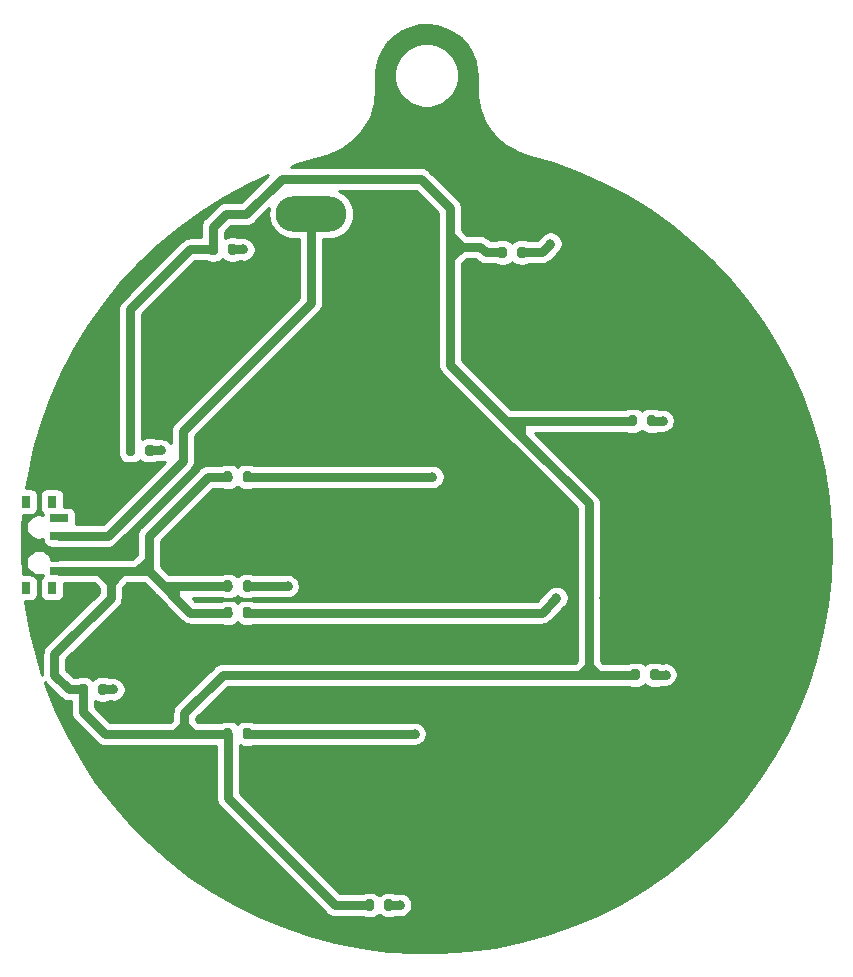
<source format=gbr>
%TF.GenerationSoftware,KiCad,Pcbnew,(5.1.10)-1*%
%TF.CreationDate,2021-12-02T14:29:14+01:00*%
%TF.ProjectId,TVZ_kuglica,54565a5f-6b75-4676-9c69-63612e6b6963,rev?*%
%TF.SameCoordinates,Original*%
%TF.FileFunction,Copper,L2,Bot*%
%TF.FilePolarity,Positive*%
%FSLAX46Y46*%
G04 Gerber Fmt 4.6, Leading zero omitted, Abs format (unit mm)*
G04 Created by KiCad (PCBNEW (5.1.10)-1) date 2021-12-02 14:29:14*
%MOMM*%
%LPD*%
G01*
G04 APERTURE LIST*
%TA.AperFunction,SMDPad,CuDef*%
%ADD10R,1.500000X0.700000*%
%TD*%
%TA.AperFunction,SMDPad,CuDef*%
%ADD11R,0.800000X1.000000*%
%TD*%
%TA.AperFunction,SMDPad,CuDef*%
%ADD12O,6.000000X3.000000*%
%TD*%
%TA.AperFunction,ViaPad*%
%ADD13C,0.800000*%
%TD*%
%TA.AperFunction,Conductor*%
%ADD14C,0.762000*%
%TD*%
%TA.AperFunction,Conductor*%
%ADD15C,0.254000*%
%TD*%
%TA.AperFunction,Conductor*%
%ADD16C,0.100000*%
%TD*%
G04 APERTURE END LIST*
D10*
%TO.P,SW1,1*%
%TO.N,Net-(R1-Pad1)*%
X105930000Y-102000000D03*
%TO.P,SW1,2*%
%TO.N,VCC*%
X105930000Y-99000000D03*
%TO.P,SW1,3*%
%TO.N,Net-(SW1-Pad3)*%
X105930000Y-97500000D03*
D11*
%TO.P,SW1,*%
%TO.N,*%
X103070000Y-103400000D03*
X103070000Y-96100000D03*
X105280000Y-96100000D03*
X105280000Y-103400000D03*
%TD*%
D12*
%TO.P,BT1,1*%
%TO.N,VCC*%
X127250000Y-71750000D03*
%TO.P,BT1,2*%
%TO.N,GND*%
X146250000Y-71750000D03*
%TD*%
%TO.P,R1,1*%
%TO.N,Net-(R1-Pad1)*%
%TA.AperFunction,SMDPad,CuDef*%
G36*
G01*
X111525000Y-92025000D02*
X111525000Y-91475000D01*
G75*
G02*
X111725000Y-91275000I200000J0D01*
G01*
X112125000Y-91275000D01*
G75*
G02*
X112325000Y-91475000I0J-200000D01*
G01*
X112325000Y-92025000D01*
G75*
G02*
X112125000Y-92225000I-200000J0D01*
G01*
X111725000Y-92225000D01*
G75*
G02*
X111525000Y-92025000I0J200000D01*
G01*
G37*
%TD.AperFunction*%
%TO.P,R1,2*%
%TO.N,Net-(D1-Pad1)*%
%TA.AperFunction,SMDPad,CuDef*%
G36*
G01*
X113175000Y-92025000D02*
X113175000Y-91475000D01*
G75*
G02*
X113375000Y-91275000I200000J0D01*
G01*
X113775000Y-91275000D01*
G75*
G02*
X113975000Y-91475000I0J-200000D01*
G01*
X113975000Y-92025000D01*
G75*
G02*
X113775000Y-92225000I-200000J0D01*
G01*
X113375000Y-92225000D01*
G75*
G02*
X113175000Y-92025000I0J200000D01*
G01*
G37*
%TD.AperFunction*%
%TD*%
%TO.P,R2,2*%
%TO.N,Net-(D2-Pad1)*%
%TA.AperFunction,SMDPad,CuDef*%
G36*
G01*
X120175000Y-75025000D02*
X120175000Y-74475000D01*
G75*
G02*
X120375000Y-74275000I200000J0D01*
G01*
X120775000Y-74275000D01*
G75*
G02*
X120975000Y-74475000I0J-200000D01*
G01*
X120975000Y-75025000D01*
G75*
G02*
X120775000Y-75225000I-200000J0D01*
G01*
X120375000Y-75225000D01*
G75*
G02*
X120175000Y-75025000I0J200000D01*
G01*
G37*
%TD.AperFunction*%
%TO.P,R2,1*%
%TO.N,Net-(R1-Pad1)*%
%TA.AperFunction,SMDPad,CuDef*%
G36*
G01*
X118525000Y-75025000D02*
X118525000Y-74475000D01*
G75*
G02*
X118725000Y-74275000I200000J0D01*
G01*
X119125000Y-74275000D01*
G75*
G02*
X119325000Y-74475000I0J-200000D01*
G01*
X119325000Y-75025000D01*
G75*
G02*
X119125000Y-75225000I-200000J0D01*
G01*
X118725000Y-75225000D01*
G75*
G02*
X118525000Y-75025000I0J200000D01*
G01*
G37*
%TD.AperFunction*%
%TD*%
%TO.P,R3,1*%
%TO.N,Net-(R1-Pad1)*%
%TA.AperFunction,SMDPad,CuDef*%
G36*
G01*
X143025000Y-75275000D02*
X143025000Y-74725000D01*
G75*
G02*
X143225000Y-74525000I200000J0D01*
G01*
X143625000Y-74525000D01*
G75*
G02*
X143825000Y-74725000I0J-200000D01*
G01*
X143825000Y-75275000D01*
G75*
G02*
X143625000Y-75475000I-200000J0D01*
G01*
X143225000Y-75475000D01*
G75*
G02*
X143025000Y-75275000I0J200000D01*
G01*
G37*
%TD.AperFunction*%
%TO.P,R3,2*%
%TO.N,Net-(D3-Pad1)*%
%TA.AperFunction,SMDPad,CuDef*%
G36*
G01*
X144675000Y-75275000D02*
X144675000Y-74725000D01*
G75*
G02*
X144875000Y-74525000I200000J0D01*
G01*
X145275000Y-74525000D01*
G75*
G02*
X145475000Y-74725000I0J-200000D01*
G01*
X145475000Y-75275000D01*
G75*
G02*
X145275000Y-75475000I-200000J0D01*
G01*
X144875000Y-75475000D01*
G75*
G02*
X144675000Y-75275000I0J200000D01*
G01*
G37*
%TD.AperFunction*%
%TD*%
%TO.P,R4,2*%
%TO.N,Net-(D4-Pad1)*%
%TA.AperFunction,SMDPad,CuDef*%
G36*
G01*
X121425000Y-103525000D02*
X121425000Y-102975000D01*
G75*
G02*
X121625000Y-102775000I200000J0D01*
G01*
X122025000Y-102775000D01*
G75*
G02*
X122225000Y-102975000I0J-200000D01*
G01*
X122225000Y-103525000D01*
G75*
G02*
X122025000Y-103725000I-200000J0D01*
G01*
X121625000Y-103725000D01*
G75*
G02*
X121425000Y-103525000I0J200000D01*
G01*
G37*
%TD.AperFunction*%
%TO.P,R4,1*%
%TO.N,Net-(R1-Pad1)*%
%TA.AperFunction,SMDPad,CuDef*%
G36*
G01*
X119775000Y-103525000D02*
X119775000Y-102975000D01*
G75*
G02*
X119975000Y-102775000I200000J0D01*
G01*
X120375000Y-102775000D01*
G75*
G02*
X120575000Y-102975000I0J-200000D01*
G01*
X120575000Y-103525000D01*
G75*
G02*
X120375000Y-103725000I-200000J0D01*
G01*
X119975000Y-103725000D01*
G75*
G02*
X119775000Y-103525000I0J200000D01*
G01*
G37*
%TD.AperFunction*%
%TD*%
%TO.P,R5,1*%
%TO.N,Net-(R1-Pad1)*%
%TA.AperFunction,SMDPad,CuDef*%
G36*
G01*
X107525000Y-112275000D02*
X107525000Y-111725000D01*
G75*
G02*
X107725000Y-111525000I200000J0D01*
G01*
X108125000Y-111525000D01*
G75*
G02*
X108325000Y-111725000I0J-200000D01*
G01*
X108325000Y-112275000D01*
G75*
G02*
X108125000Y-112475000I-200000J0D01*
G01*
X107725000Y-112475000D01*
G75*
G02*
X107525000Y-112275000I0J200000D01*
G01*
G37*
%TD.AperFunction*%
%TO.P,R5,2*%
%TO.N,Net-(D5-Pad1)*%
%TA.AperFunction,SMDPad,CuDef*%
G36*
G01*
X109175000Y-112275000D02*
X109175000Y-111725000D01*
G75*
G02*
X109375000Y-111525000I200000J0D01*
G01*
X109775000Y-111525000D01*
G75*
G02*
X109975000Y-111725000I0J-200000D01*
G01*
X109975000Y-112275000D01*
G75*
G02*
X109775000Y-112475000I-200000J0D01*
G01*
X109375000Y-112475000D01*
G75*
G02*
X109175000Y-112275000I0J200000D01*
G01*
G37*
%TD.AperFunction*%
%TD*%
%TO.P,R6,2*%
%TO.N,Net-(D6-Pad1)*%
%TA.AperFunction,SMDPad,CuDef*%
G36*
G01*
X121425000Y-116025000D02*
X121425000Y-115475000D01*
G75*
G02*
X121625000Y-115275000I200000J0D01*
G01*
X122025000Y-115275000D01*
G75*
G02*
X122225000Y-115475000I0J-200000D01*
G01*
X122225000Y-116025000D01*
G75*
G02*
X122025000Y-116225000I-200000J0D01*
G01*
X121625000Y-116225000D01*
G75*
G02*
X121425000Y-116025000I0J200000D01*
G01*
G37*
%TD.AperFunction*%
%TO.P,R6,1*%
%TO.N,Net-(R1-Pad1)*%
%TA.AperFunction,SMDPad,CuDef*%
G36*
G01*
X119775000Y-116025000D02*
X119775000Y-115475000D01*
G75*
G02*
X119975000Y-115275000I200000J0D01*
G01*
X120375000Y-115275000D01*
G75*
G02*
X120575000Y-115475000I0J-200000D01*
G01*
X120575000Y-116025000D01*
G75*
G02*
X120375000Y-116225000I-200000J0D01*
G01*
X119975000Y-116225000D01*
G75*
G02*
X119775000Y-116025000I0J200000D01*
G01*
G37*
%TD.AperFunction*%
%TD*%
%TO.P,R7,1*%
%TO.N,Net-(R1-Pad1)*%
%TA.AperFunction,SMDPad,CuDef*%
G36*
G01*
X131775000Y-130525000D02*
X131775000Y-129975000D01*
G75*
G02*
X131975000Y-129775000I200000J0D01*
G01*
X132375000Y-129775000D01*
G75*
G02*
X132575000Y-129975000I0J-200000D01*
G01*
X132575000Y-130525000D01*
G75*
G02*
X132375000Y-130725000I-200000J0D01*
G01*
X131975000Y-130725000D01*
G75*
G02*
X131775000Y-130525000I0J200000D01*
G01*
G37*
%TD.AperFunction*%
%TO.P,R7,2*%
%TO.N,Net-(D7-Pad1)*%
%TA.AperFunction,SMDPad,CuDef*%
G36*
G01*
X133425000Y-130525000D02*
X133425000Y-129975000D01*
G75*
G02*
X133625000Y-129775000I200000J0D01*
G01*
X134025000Y-129775000D01*
G75*
G02*
X134225000Y-129975000I0J-200000D01*
G01*
X134225000Y-130525000D01*
G75*
G02*
X134025000Y-130725000I-200000J0D01*
G01*
X133625000Y-130725000D01*
G75*
G02*
X133425000Y-130525000I0J200000D01*
G01*
G37*
%TD.AperFunction*%
%TD*%
%TO.P,R8,2*%
%TO.N,Net-(D8-Pad1)*%
%TA.AperFunction,SMDPad,CuDef*%
G36*
G01*
X155925000Y-111025000D02*
X155925000Y-110475000D01*
G75*
G02*
X156125000Y-110275000I200000J0D01*
G01*
X156525000Y-110275000D01*
G75*
G02*
X156725000Y-110475000I0J-200000D01*
G01*
X156725000Y-111025000D01*
G75*
G02*
X156525000Y-111225000I-200000J0D01*
G01*
X156125000Y-111225000D01*
G75*
G02*
X155925000Y-111025000I0J200000D01*
G01*
G37*
%TD.AperFunction*%
%TO.P,R8,1*%
%TO.N,Net-(R1-Pad1)*%
%TA.AperFunction,SMDPad,CuDef*%
G36*
G01*
X154275000Y-111025000D02*
X154275000Y-110475000D01*
G75*
G02*
X154475000Y-110275000I200000J0D01*
G01*
X154875000Y-110275000D01*
G75*
G02*
X155075000Y-110475000I0J-200000D01*
G01*
X155075000Y-111025000D01*
G75*
G02*
X154875000Y-111225000I-200000J0D01*
G01*
X154475000Y-111225000D01*
G75*
G02*
X154275000Y-111025000I0J200000D01*
G01*
G37*
%TD.AperFunction*%
%TD*%
%TO.P,R9,1*%
%TO.N,Net-(R1-Pad1)*%
%TA.AperFunction,SMDPad,CuDef*%
G36*
G01*
X154025000Y-89525000D02*
X154025000Y-88975000D01*
G75*
G02*
X154225000Y-88775000I200000J0D01*
G01*
X154625000Y-88775000D01*
G75*
G02*
X154825000Y-88975000I0J-200000D01*
G01*
X154825000Y-89525000D01*
G75*
G02*
X154625000Y-89725000I-200000J0D01*
G01*
X154225000Y-89725000D01*
G75*
G02*
X154025000Y-89525000I0J200000D01*
G01*
G37*
%TD.AperFunction*%
%TO.P,R9,2*%
%TO.N,Net-(D9-Pad1)*%
%TA.AperFunction,SMDPad,CuDef*%
G36*
G01*
X155675000Y-89525000D02*
X155675000Y-88975000D01*
G75*
G02*
X155875000Y-88775000I200000J0D01*
G01*
X156275000Y-88775000D01*
G75*
G02*
X156475000Y-88975000I0J-200000D01*
G01*
X156475000Y-89525000D01*
G75*
G02*
X156275000Y-89725000I-200000J0D01*
G01*
X155875000Y-89725000D01*
G75*
G02*
X155675000Y-89525000I0J200000D01*
G01*
G37*
%TD.AperFunction*%
%TD*%
%TO.P,R10,2*%
%TO.N,Net-(D10-Pad1)*%
%TA.AperFunction,SMDPad,CuDef*%
G36*
G01*
X121425000Y-105775000D02*
X121425000Y-105225000D01*
G75*
G02*
X121625000Y-105025000I200000J0D01*
G01*
X122025000Y-105025000D01*
G75*
G02*
X122225000Y-105225000I0J-200000D01*
G01*
X122225000Y-105775000D01*
G75*
G02*
X122025000Y-105975000I-200000J0D01*
G01*
X121625000Y-105975000D01*
G75*
G02*
X121425000Y-105775000I0J200000D01*
G01*
G37*
%TD.AperFunction*%
%TO.P,R10,1*%
%TO.N,Net-(R1-Pad1)*%
%TA.AperFunction,SMDPad,CuDef*%
G36*
G01*
X119775000Y-105775000D02*
X119775000Y-105225000D01*
G75*
G02*
X119975000Y-105025000I200000J0D01*
G01*
X120375000Y-105025000D01*
G75*
G02*
X120575000Y-105225000I0J-200000D01*
G01*
X120575000Y-105775000D01*
G75*
G02*
X120375000Y-105975000I-200000J0D01*
G01*
X119975000Y-105975000D01*
G75*
G02*
X119775000Y-105775000I0J200000D01*
G01*
G37*
%TD.AperFunction*%
%TD*%
%TO.P,R11,1*%
%TO.N,Net-(R1-Pad1)*%
%TA.AperFunction,SMDPad,CuDef*%
G36*
G01*
X119775000Y-94275000D02*
X119775000Y-93725000D01*
G75*
G02*
X119975000Y-93525000I200000J0D01*
G01*
X120375000Y-93525000D01*
G75*
G02*
X120575000Y-93725000I0J-200000D01*
G01*
X120575000Y-94275000D01*
G75*
G02*
X120375000Y-94475000I-200000J0D01*
G01*
X119975000Y-94475000D01*
G75*
G02*
X119775000Y-94275000I0J200000D01*
G01*
G37*
%TD.AperFunction*%
%TO.P,R11,2*%
%TO.N,Net-(D11-Pad1)*%
%TA.AperFunction,SMDPad,CuDef*%
G36*
G01*
X121425000Y-94275000D02*
X121425000Y-93725000D01*
G75*
G02*
X121625000Y-93525000I200000J0D01*
G01*
X122025000Y-93525000D01*
G75*
G02*
X122225000Y-93725000I0J-200000D01*
G01*
X122225000Y-94275000D01*
G75*
G02*
X122025000Y-94475000I-200000J0D01*
G01*
X121625000Y-94475000D01*
G75*
G02*
X121425000Y-94275000I0J200000D01*
G01*
G37*
%TD.AperFunction*%
%TD*%
D13*
%TO.N,Net-(D1-Pad1)*%
X114500000Y-91750000D03*
%TO.N,GND*%
X118500000Y-91750000D03*
X161000000Y-89250000D03*
X125500000Y-74750000D03*
X151500000Y-74250000D03*
X131750000Y-71750000D03*
X120250000Y-83250000D03*
X126750000Y-91750000D03*
X143250000Y-99750000D03*
X155250000Y-98250000D03*
X166750000Y-104500000D03*
X149250000Y-107750000D03*
X162250000Y-118000000D03*
X139000000Y-112250000D03*
X118250000Y-108000000D03*
X114500000Y-112000000D03*
X109250000Y-118000000D03*
X124500000Y-101000000D03*
X122250000Y-128250000D03*
X135250000Y-132750000D03*
X152000000Y-128500000D03*
X138750000Y-130250000D03*
X140000000Y-115750000D03*
X152000000Y-104250000D03*
X161250000Y-110750000D03*
X129250000Y-103250000D03*
X141500000Y-94000000D03*
%TO.N,Net-(D2-Pad1)*%
X121500000Y-74750000D03*
%TO.N,Net-(D3-Pad1)*%
X147500000Y-74250000D03*
%TO.N,Net-(D4-Pad1)*%
X125250000Y-103250000D03*
%TO.N,Net-(D5-Pad1)*%
X110500000Y-112000000D03*
%TO.N,Net-(D6-Pad1)*%
X136000000Y-115750000D03*
%TO.N,Net-(D7-Pad1)*%
X134750000Y-130250000D03*
%TO.N,Net-(D8-Pad1)*%
X157250000Y-110750000D03*
%TO.N,Net-(D9-Pad1)*%
X157000000Y-89250000D03*
%TO.N,Net-(D10-Pad1)*%
X148000000Y-104250000D03*
%TO.N,Net-(D11-Pad1)*%
X137500000Y-94000000D03*
%TD*%
D14*
%TO.N,Net-(D1-Pad1)*%
X114500000Y-91750000D02*
X113575000Y-91750000D01*
%TO.N,VCC*%
X116375000Y-90125000D02*
X127250000Y-79250000D01*
X116375000Y-92625000D02*
X116375000Y-90125000D01*
X110000000Y-99000000D02*
X116375000Y-92625000D01*
X127250000Y-79250000D02*
X127250000Y-71750000D01*
X105930000Y-99000000D02*
X110000000Y-99000000D01*
%TO.N,Net-(D2-Pad1)*%
X121500000Y-74750000D02*
X120575000Y-74750000D01*
%TO.N,Net-(D3-Pad1)*%
X146750000Y-75000000D02*
X147500000Y-74250000D01*
X145075000Y-75000000D02*
X146750000Y-75000000D01*
%TO.N,Net-(D4-Pad1)*%
X125250000Y-103250000D02*
X121825000Y-103250000D01*
%TO.N,Net-(D5-Pad1)*%
X110500000Y-112000000D02*
X109575000Y-112000000D01*
%TO.N,Net-(D6-Pad1)*%
X121825000Y-115750000D02*
X136000000Y-115750000D01*
%TO.N,Net-(D7-Pad1)*%
X134750000Y-130250000D02*
X133825000Y-130250000D01*
%TO.N,Net-(D8-Pad1)*%
X157250000Y-110750000D02*
X156325000Y-110750000D01*
%TO.N,Net-(D9-Pad1)*%
X156075000Y-89250000D02*
X157000000Y-89250000D01*
%TO.N,Net-(D10-Pad1)*%
X146750000Y-105500000D02*
X148000000Y-104250000D01*
X121825000Y-105500000D02*
X146750000Y-105500000D01*
%TO.N,Net-(D11-Pad1)*%
X121825000Y-94000000D02*
X137500000Y-94000000D01*
%TO.N,Net-(R1-Pad1)*%
X114750000Y-103250000D02*
X113500000Y-102000000D01*
X120175000Y-105500000D02*
X117000000Y-105500000D01*
X115750000Y-103500000D02*
X116000000Y-103250000D01*
X115750000Y-104250000D02*
X115750000Y-103500000D01*
X116000000Y-103250000D02*
X114750000Y-103250000D01*
X120175000Y-103250000D02*
X116000000Y-103250000D01*
X117000000Y-105500000D02*
X115750000Y-104250000D01*
X115750000Y-104250000D02*
X114750000Y-103250000D01*
X107925000Y-112000000D02*
X106750000Y-112000000D01*
X106750000Y-112000000D02*
X105500000Y-110750000D01*
X105500000Y-110750000D02*
X105500000Y-109000000D01*
X105500000Y-109000000D02*
X110250000Y-104250000D01*
X110250000Y-103000000D02*
X109250000Y-102000000D01*
X110250000Y-102000000D02*
X109250000Y-102000000D01*
X110250000Y-104250000D02*
X110250000Y-103250000D01*
X109250000Y-102000000D02*
X105930000Y-102000000D01*
X110250000Y-103250000D02*
X110250000Y-102000000D01*
X110250000Y-103000000D02*
X111250000Y-102000000D01*
X110250000Y-103250000D02*
X110250000Y-103000000D01*
X111250000Y-102000000D02*
X110250000Y-102000000D01*
X118925000Y-74750000D02*
X117000000Y-74750000D01*
X111925000Y-79825000D02*
X111925000Y-91750000D01*
X117000000Y-74750000D02*
X111925000Y-79825000D01*
X120175000Y-94000000D02*
X118500000Y-94000000D01*
X118500000Y-94000000D02*
X113500000Y-99000000D01*
X113500000Y-101000000D02*
X112500000Y-102000000D01*
X112500000Y-102000000D02*
X111250000Y-102000000D01*
X113500000Y-102000000D02*
X112500000Y-102000000D01*
X113500000Y-99000000D02*
X113500000Y-101000000D01*
X113500000Y-101000000D02*
X113500000Y-102000000D01*
X107925000Y-113925000D02*
X107925000Y-112000000D01*
X109750000Y-115750000D02*
X107925000Y-113925000D01*
X132175000Y-130250000D02*
X129250000Y-130250000D01*
X120175000Y-121175000D02*
X120175000Y-115750000D01*
X129250000Y-130250000D02*
X120175000Y-121175000D01*
X119750000Y-110750000D02*
X116500000Y-114000000D01*
X116500000Y-115000000D02*
X115750000Y-115750000D01*
X115750000Y-115750000D02*
X109750000Y-115750000D01*
X116500000Y-115750000D02*
X115750000Y-115750000D01*
X116500000Y-114000000D02*
X116500000Y-115000000D01*
X116500000Y-115000000D02*
X116500000Y-115750000D01*
X116500000Y-115000000D02*
X117250000Y-115750000D01*
X117250000Y-115750000D02*
X116500000Y-115750000D01*
X120175000Y-115750000D02*
X117250000Y-115750000D01*
X139000000Y-76000000D02*
X139000000Y-84500000D01*
X150750000Y-110000000D02*
X150000000Y-110750000D01*
X150000000Y-110750000D02*
X119750000Y-110750000D01*
X150750000Y-110750000D02*
X150000000Y-110750000D01*
X150750000Y-96250000D02*
X150750000Y-109750000D01*
X150750000Y-109750000D02*
X150750000Y-110750000D01*
X150750000Y-110000000D02*
X151500000Y-110750000D01*
X150750000Y-109750000D02*
X150750000Y-110000000D01*
X151500000Y-110750000D02*
X150750000Y-110750000D01*
X154675000Y-110750000D02*
X151500000Y-110750000D01*
X139000000Y-84500000D02*
X143750000Y-89250000D01*
X145000000Y-90500000D02*
X145000000Y-89250000D01*
X145000000Y-89250000D02*
X143750000Y-89250000D01*
X154425000Y-89250000D02*
X145000000Y-89250000D01*
X143750000Y-89250000D02*
X145000000Y-90500000D01*
X145000000Y-90500000D02*
X150750000Y-96250000D01*
X139250000Y-74500000D02*
X139000000Y-74250000D01*
X140000000Y-74500000D02*
X139000000Y-73500000D01*
X139000000Y-74250000D02*
X139000000Y-73500000D01*
X140000000Y-74500000D02*
X139250000Y-74500000D01*
X140000000Y-74500000D02*
X139000000Y-75500000D01*
X139000000Y-75500000D02*
X139000000Y-74250000D01*
X139000000Y-76000000D02*
X139000000Y-75500000D01*
X124750000Y-68750000D02*
X136500000Y-68750000D01*
X121750000Y-71750000D02*
X124750000Y-68750000D01*
X136500000Y-68750000D02*
X139000000Y-71250000D01*
X120000000Y-71750000D02*
X121750000Y-71750000D01*
X139000000Y-71250000D02*
X139000000Y-73500000D01*
X118925000Y-72825000D02*
X120000000Y-71750000D01*
X118925000Y-74750000D02*
X118925000Y-72825000D01*
X143425000Y-75000000D02*
X142000000Y-75000000D01*
X141500000Y-74500000D02*
X140000000Y-74500000D01*
X142000000Y-75000000D02*
X141500000Y-74500000D01*
%TD*%
D15*
%TO.N,GND*%
X137886138Y-55831059D02*
X138610388Y-56053867D01*
X139283738Y-56401409D01*
X139884901Y-56862699D01*
X140394872Y-57423149D01*
X140797540Y-58065057D01*
X141080170Y-58768122D01*
X141236190Y-59521513D01*
X141265000Y-60021169D01*
X141265001Y-61306272D01*
X141266298Y-61319440D01*
X141278413Y-61656049D01*
X141278863Y-61659632D01*
X141278707Y-61663242D01*
X141287438Y-61747410D01*
X141429908Y-62624862D01*
X141435629Y-62647269D01*
X141438736Y-62670183D01*
X141462234Y-62751474D01*
X141757835Y-63589830D01*
X141767433Y-63610870D01*
X141774549Y-63632871D01*
X141812059Y-63708691D01*
X141812071Y-63708717D01*
X141812077Y-63708725D01*
X142251461Y-64481476D01*
X142264630Y-64500478D01*
X142275533Y-64520879D01*
X142325894Y-64588881D01*
X142895182Y-65271616D01*
X142911512Y-65287990D01*
X142925851Y-65306132D01*
X142987458Y-65364142D01*
X143668651Y-65935276D01*
X143687625Y-65948502D01*
X143704950Y-65963817D01*
X143775855Y-66010000D01*
X144547423Y-66451478D01*
X144568436Y-66461133D01*
X144588200Y-66473139D01*
X144666163Y-66506036D01*
X145503715Y-66803905D01*
X145508021Y-66805017D01*
X145525587Y-66811299D01*
X145542755Y-66816572D01*
X147746053Y-67464098D01*
X149878711Y-68247813D01*
X151954729Y-69171140D01*
X153965017Y-70230036D01*
X155900673Y-71419812D01*
X157753239Y-72735268D01*
X159514561Y-74170616D01*
X161176886Y-75719540D01*
X162732884Y-77375207D01*
X164175738Y-79130360D01*
X165499106Y-80977290D01*
X166697162Y-82907865D01*
X167764630Y-84913581D01*
X168696830Y-86985643D01*
X169489658Y-89114933D01*
X170139624Y-91292080D01*
X170643873Y-93507517D01*
X171000188Y-95751501D01*
X171207004Y-98014175D01*
X171263407Y-100285560D01*
X171169153Y-102555700D01*
X170924654Y-104814605D01*
X170530986Y-107052337D01*
X169989882Y-109259064D01*
X169303718Y-111425077D01*
X168475512Y-113540851D01*
X167508906Y-115597090D01*
X166408155Y-117584736D01*
X165178083Y-119495080D01*
X163824120Y-121319689D01*
X162352204Y-123050560D01*
X160768823Y-124680064D01*
X159080926Y-126201055D01*
X157295931Y-127606843D01*
X155421695Y-128891239D01*
X153466456Y-130048599D01*
X151438820Y-131073832D01*
X149347702Y-131962428D01*
X147202263Y-132710493D01*
X145011999Y-133314718D01*
X142786467Y-133772464D01*
X140535523Y-134081705D01*
X138269022Y-134241089D01*
X135996953Y-134249911D01*
X133729262Y-134108134D01*
X131475992Y-133816385D01*
X129246983Y-133375938D01*
X127052076Y-132788738D01*
X124900917Y-132057366D01*
X122802939Y-131185029D01*
X120767401Y-130175574D01*
X118803237Y-129033435D01*
X116919085Y-127763634D01*
X115123223Y-126371749D01*
X113423564Y-124863914D01*
X111827572Y-123246751D01*
X110342263Y-121527368D01*
X108974171Y-119713331D01*
X107729304Y-117812605D01*
X106613144Y-115833557D01*
X105630601Y-113784897D01*
X104785986Y-111675609D01*
X104681349Y-111354000D01*
X104778104Y-111471896D01*
X104816872Y-111503712D01*
X105996292Y-112683133D01*
X106028104Y-112721896D01*
X106182810Y-112848860D01*
X106359313Y-112943202D01*
X106542271Y-112998702D01*
X106550829Y-113001298D01*
X106750000Y-113020915D01*
X106799902Y-113016000D01*
X106909000Y-113016000D01*
X106909000Y-113875098D01*
X106904085Y-113925000D01*
X106911344Y-113998702D01*
X106923702Y-114124170D01*
X106981798Y-114315686D01*
X107076140Y-114492190D01*
X107203104Y-114646896D01*
X107241872Y-114678712D01*
X108996292Y-116433133D01*
X109028104Y-116471896D01*
X109182810Y-116598860D01*
X109309705Y-116666686D01*
X109359313Y-116693202D01*
X109550829Y-116751298D01*
X109750000Y-116770915D01*
X109799902Y-116766000D01*
X115700098Y-116766000D01*
X115750000Y-116770915D01*
X115799902Y-116766000D01*
X116450098Y-116766000D01*
X116500000Y-116770915D01*
X116549902Y-116766000D01*
X117200105Y-116766000D01*
X117249999Y-116770914D01*
X117299893Y-116766000D01*
X119159001Y-116766000D01*
X119159000Y-121125098D01*
X119154085Y-121175000D01*
X119164512Y-121280864D01*
X119173702Y-121374170D01*
X119231798Y-121565686D01*
X119326140Y-121742190D01*
X119453104Y-121896896D01*
X119491872Y-121928712D01*
X128496292Y-130933133D01*
X128528104Y-130971896D01*
X128682810Y-131098860D01*
X128859313Y-131193202D01*
X129040102Y-131248044D01*
X129050829Y-131251298D01*
X129249999Y-131270915D01*
X129299901Y-131266000D01*
X131592026Y-131266000D01*
X131654284Y-131299278D01*
X131811500Y-131346969D01*
X131975000Y-131363072D01*
X132375000Y-131363072D01*
X132538500Y-131346969D01*
X132695716Y-131299278D01*
X132840608Y-131221831D01*
X132967606Y-131117606D01*
X133000000Y-131078134D01*
X133032394Y-131117606D01*
X133159392Y-131221831D01*
X133304284Y-131299278D01*
X133461500Y-131346969D01*
X133625000Y-131363072D01*
X134025000Y-131363072D01*
X134188500Y-131346969D01*
X134345716Y-131299278D01*
X134407974Y-131266000D01*
X134552541Y-131266000D01*
X134648061Y-131285000D01*
X134851939Y-131285000D01*
X135051898Y-131245226D01*
X135240256Y-131167205D01*
X135409774Y-131053937D01*
X135553937Y-130909774D01*
X135667205Y-130740256D01*
X135745226Y-130551898D01*
X135785000Y-130351939D01*
X135785000Y-130148061D01*
X135745226Y-129948102D01*
X135667205Y-129759744D01*
X135553937Y-129590226D01*
X135409774Y-129446063D01*
X135240256Y-129332795D01*
X135051898Y-129254774D01*
X134851939Y-129215000D01*
X134648061Y-129215000D01*
X134552541Y-129234000D01*
X134407974Y-129234000D01*
X134345716Y-129200722D01*
X134188500Y-129153031D01*
X134025000Y-129136928D01*
X133625000Y-129136928D01*
X133461500Y-129153031D01*
X133304284Y-129200722D01*
X133159392Y-129278169D01*
X133032394Y-129382394D01*
X133000000Y-129421866D01*
X132967606Y-129382394D01*
X132840608Y-129278169D01*
X132695716Y-129200722D01*
X132538500Y-129153031D01*
X132375000Y-129136928D01*
X131975000Y-129136928D01*
X131811500Y-129153031D01*
X131654284Y-129200722D01*
X131592026Y-129234000D01*
X129670841Y-129234000D01*
X121191000Y-120754160D01*
X121191000Y-116738726D01*
X121304284Y-116799278D01*
X121461500Y-116846969D01*
X121625000Y-116863072D01*
X122025000Y-116863072D01*
X122188500Y-116846969D01*
X122345716Y-116799278D01*
X122407974Y-116766000D01*
X135802541Y-116766000D01*
X135898061Y-116785000D01*
X136101939Y-116785000D01*
X136301898Y-116745226D01*
X136490256Y-116667205D01*
X136659774Y-116553937D01*
X136803937Y-116409774D01*
X136917205Y-116240256D01*
X136995226Y-116051898D01*
X137035000Y-115851939D01*
X137035000Y-115648061D01*
X136995226Y-115448102D01*
X136917205Y-115259744D01*
X136803937Y-115090226D01*
X136659774Y-114946063D01*
X136490256Y-114832795D01*
X136301898Y-114754774D01*
X136101939Y-114715000D01*
X135898061Y-114715000D01*
X135802541Y-114734000D01*
X122407974Y-114734000D01*
X122345716Y-114700722D01*
X122188500Y-114653031D01*
X122025000Y-114636928D01*
X121625000Y-114636928D01*
X121461500Y-114653031D01*
X121304284Y-114700722D01*
X121159392Y-114778169D01*
X121032394Y-114882394D01*
X121000000Y-114921866D01*
X120967606Y-114882394D01*
X120840608Y-114778169D01*
X120695716Y-114700722D01*
X120538500Y-114653031D01*
X120375000Y-114636928D01*
X119975000Y-114636928D01*
X119811500Y-114653031D01*
X119654284Y-114700722D01*
X119592026Y-114734000D01*
X117670841Y-114734000D01*
X117516000Y-114579160D01*
X117516000Y-114420840D01*
X120170841Y-111766000D01*
X149950098Y-111766000D01*
X150000000Y-111770915D01*
X150049902Y-111766000D01*
X150700098Y-111766000D01*
X150750000Y-111770915D01*
X150799902Y-111766000D01*
X151450105Y-111766000D01*
X151499999Y-111770914D01*
X151549893Y-111766000D01*
X154092026Y-111766000D01*
X154154284Y-111799278D01*
X154311500Y-111846969D01*
X154475000Y-111863072D01*
X154875000Y-111863072D01*
X155038500Y-111846969D01*
X155195716Y-111799278D01*
X155340608Y-111721831D01*
X155467606Y-111617606D01*
X155500000Y-111578134D01*
X155532394Y-111617606D01*
X155659392Y-111721831D01*
X155804284Y-111799278D01*
X155961500Y-111846969D01*
X156125000Y-111863072D01*
X156525000Y-111863072D01*
X156688500Y-111846969D01*
X156845716Y-111799278D01*
X156907974Y-111766000D01*
X157052541Y-111766000D01*
X157148061Y-111785000D01*
X157351939Y-111785000D01*
X157551898Y-111745226D01*
X157740256Y-111667205D01*
X157909774Y-111553937D01*
X158053937Y-111409774D01*
X158167205Y-111240256D01*
X158245226Y-111051898D01*
X158285000Y-110851939D01*
X158285000Y-110648061D01*
X158245226Y-110448102D01*
X158167205Y-110259744D01*
X158053937Y-110090226D01*
X157909774Y-109946063D01*
X157740256Y-109832795D01*
X157551898Y-109754774D01*
X157351939Y-109715000D01*
X157148061Y-109715000D01*
X157052541Y-109734000D01*
X156907974Y-109734000D01*
X156845716Y-109700722D01*
X156688500Y-109653031D01*
X156525000Y-109636928D01*
X156125000Y-109636928D01*
X155961500Y-109653031D01*
X155804284Y-109700722D01*
X155659392Y-109778169D01*
X155532394Y-109882394D01*
X155500000Y-109921866D01*
X155467606Y-109882394D01*
X155340608Y-109778169D01*
X155195716Y-109700722D01*
X155038500Y-109653031D01*
X154875000Y-109636928D01*
X154475000Y-109636928D01*
X154311500Y-109653031D01*
X154154284Y-109700722D01*
X154092026Y-109734000D01*
X151920841Y-109734000D01*
X151766000Y-109579160D01*
X151766000Y-96299902D01*
X151770915Y-96250000D01*
X151751298Y-96050829D01*
X151740409Y-96014934D01*
X151693202Y-95859313D01*
X151598860Y-95682810D01*
X151471896Y-95528104D01*
X151433133Y-95496292D01*
X146202840Y-90266000D01*
X153842026Y-90266000D01*
X153904284Y-90299278D01*
X154061500Y-90346969D01*
X154225000Y-90363072D01*
X154625000Y-90363072D01*
X154788500Y-90346969D01*
X154945716Y-90299278D01*
X155090608Y-90221831D01*
X155217606Y-90117606D01*
X155250000Y-90078134D01*
X155282394Y-90117606D01*
X155409392Y-90221831D01*
X155554284Y-90299278D01*
X155711500Y-90346969D01*
X155875000Y-90363072D01*
X156275000Y-90363072D01*
X156438500Y-90346969D01*
X156595716Y-90299278D01*
X156657974Y-90266000D01*
X156802541Y-90266000D01*
X156898061Y-90285000D01*
X157101939Y-90285000D01*
X157301898Y-90245226D01*
X157490256Y-90167205D01*
X157659774Y-90053937D01*
X157803937Y-89909774D01*
X157917205Y-89740256D01*
X157995226Y-89551898D01*
X158035000Y-89351939D01*
X158035000Y-89148061D01*
X157995226Y-88948102D01*
X157917205Y-88759744D01*
X157803937Y-88590226D01*
X157659774Y-88446063D01*
X157490256Y-88332795D01*
X157301898Y-88254774D01*
X157101939Y-88215000D01*
X156898061Y-88215000D01*
X156802541Y-88234000D01*
X156657974Y-88234000D01*
X156595716Y-88200722D01*
X156438500Y-88153031D01*
X156275000Y-88136928D01*
X155875000Y-88136928D01*
X155711500Y-88153031D01*
X155554284Y-88200722D01*
X155409392Y-88278169D01*
X155282394Y-88382394D01*
X155250000Y-88421866D01*
X155217606Y-88382394D01*
X155090608Y-88278169D01*
X154945716Y-88200722D01*
X154788500Y-88153031D01*
X154625000Y-88136928D01*
X154225000Y-88136928D01*
X154061500Y-88153031D01*
X153904284Y-88200722D01*
X153842026Y-88234000D01*
X145049902Y-88234000D01*
X145000000Y-88229085D01*
X144950098Y-88234000D01*
X144170841Y-88234000D01*
X140016000Y-84079160D01*
X140016000Y-75920840D01*
X140420841Y-75516000D01*
X141079160Y-75516000D01*
X141246287Y-75683127D01*
X141278104Y-75721896D01*
X141432810Y-75848860D01*
X141597656Y-75936971D01*
X141609313Y-75943202D01*
X141800829Y-76001298D01*
X142000000Y-76020915D01*
X142049902Y-76016000D01*
X142842026Y-76016000D01*
X142904284Y-76049278D01*
X143061500Y-76096969D01*
X143225000Y-76113072D01*
X143625000Y-76113072D01*
X143788500Y-76096969D01*
X143945716Y-76049278D01*
X144090608Y-75971831D01*
X144217606Y-75867606D01*
X144250000Y-75828134D01*
X144282394Y-75867606D01*
X144409392Y-75971831D01*
X144554284Y-76049278D01*
X144711500Y-76096969D01*
X144875000Y-76113072D01*
X145275000Y-76113072D01*
X145438500Y-76096969D01*
X145595716Y-76049278D01*
X145657974Y-76016000D01*
X146700098Y-76016000D01*
X146750000Y-76020915D01*
X146799902Y-76016000D01*
X146949171Y-76001298D01*
X147140687Y-75943202D01*
X147317190Y-75848860D01*
X147471896Y-75721896D01*
X147503712Y-75683128D01*
X148078796Y-75108044D01*
X148159774Y-75053937D01*
X148303937Y-74909774D01*
X148417205Y-74740256D01*
X148495226Y-74551898D01*
X148535000Y-74351939D01*
X148535000Y-74148061D01*
X148495226Y-73948102D01*
X148417205Y-73759744D01*
X148303937Y-73590226D01*
X148159774Y-73446063D01*
X147990256Y-73332795D01*
X147801898Y-73254774D01*
X147601939Y-73215000D01*
X147398061Y-73215000D01*
X147198102Y-73254774D01*
X147009744Y-73332795D01*
X146840226Y-73446063D01*
X146696063Y-73590226D01*
X146641956Y-73671204D01*
X146329160Y-73984000D01*
X145657974Y-73984000D01*
X145595716Y-73950722D01*
X145438500Y-73903031D01*
X145275000Y-73886928D01*
X144875000Y-73886928D01*
X144711500Y-73903031D01*
X144554284Y-73950722D01*
X144409392Y-74028169D01*
X144282394Y-74132394D01*
X144250000Y-74171866D01*
X144217606Y-74132394D01*
X144090608Y-74028169D01*
X143945716Y-73950722D01*
X143788500Y-73903031D01*
X143625000Y-73886928D01*
X143225000Y-73886928D01*
X143061500Y-73903031D01*
X142904284Y-73950722D01*
X142842026Y-73984000D01*
X142420840Y-73984000D01*
X142253713Y-73816873D01*
X142221896Y-73778104D01*
X142067190Y-73651140D01*
X141890687Y-73556798D01*
X141699171Y-73498702D01*
X141549902Y-73484000D01*
X141500000Y-73479085D01*
X141450098Y-73484000D01*
X140420841Y-73484000D01*
X140016000Y-73079160D01*
X140016000Y-71299902D01*
X140020915Y-71250000D01*
X140001298Y-71050829D01*
X139943202Y-70859312D01*
X139886084Y-70752452D01*
X139848860Y-70682810D01*
X139721896Y-70528104D01*
X139683133Y-70496292D01*
X137253712Y-68066872D01*
X137221896Y-68028104D01*
X137067190Y-67901140D01*
X136890687Y-67806798D01*
X136699171Y-67748702D01*
X136549902Y-67734000D01*
X136500000Y-67729085D01*
X136450098Y-67734000D01*
X125508757Y-67734000D01*
X126001593Y-67548534D01*
X128186747Y-66887862D01*
X128436510Y-66822338D01*
X128452528Y-66817563D01*
X128459226Y-66815987D01*
X128804024Y-66713600D01*
X128807380Y-66712269D01*
X128810916Y-66711517D01*
X128890228Y-66682021D01*
X129704199Y-66324712D01*
X129724464Y-66313571D01*
X129745874Y-66304834D01*
X129818696Y-66261767D01*
X129818710Y-66261759D01*
X129818715Y-66261755D01*
X130556543Y-65765956D01*
X130574511Y-65751406D01*
X130594041Y-65739012D01*
X130658097Y-65683720D01*
X131296470Y-65065093D01*
X131311582Y-65047586D01*
X131328603Y-65031934D01*
X131381840Y-64966192D01*
X131381856Y-64966173D01*
X131381861Y-64966165D01*
X131900590Y-64244277D01*
X131912363Y-64224370D01*
X131926343Y-64205952D01*
X131967109Y-64131800D01*
X132349809Y-63329453D01*
X132357869Y-63307780D01*
X132368369Y-63287173D01*
X132395359Y-63206974D01*
X132629927Y-62349538D01*
X132634022Y-62326778D01*
X132640706Y-62304640D01*
X132653067Y-62220928D01*
X132731782Y-61338949D01*
X132735000Y-61306272D01*
X132735000Y-60032731D01*
X132762021Y-59729963D01*
X134258266Y-59729963D01*
X134258266Y-60270037D01*
X134363629Y-60799734D01*
X134570307Y-61298698D01*
X134870356Y-61747753D01*
X135252247Y-62129644D01*
X135701302Y-62429693D01*
X136200266Y-62636371D01*
X136729963Y-62741734D01*
X137270037Y-62741734D01*
X137799734Y-62636371D01*
X138298698Y-62429693D01*
X138747753Y-62129644D01*
X139129644Y-61747753D01*
X139429693Y-61298698D01*
X139636371Y-60799734D01*
X139741734Y-60270037D01*
X139741734Y-59729963D01*
X139636371Y-59200266D01*
X139429693Y-58701302D01*
X139129644Y-58252247D01*
X138747753Y-57870356D01*
X138298698Y-57570307D01*
X137799734Y-57363629D01*
X137270037Y-57258266D01*
X136729963Y-57258266D01*
X136200266Y-57363629D01*
X135701302Y-57570307D01*
X135252247Y-57870356D01*
X134870356Y-58252247D01*
X134570307Y-58701302D01*
X134363629Y-59200266D01*
X134258266Y-59729963D01*
X132762021Y-59729963D01*
X132805281Y-59245253D01*
X133005231Y-58514357D01*
X133331450Y-57830425D01*
X133773626Y-57215072D01*
X134317789Y-56687741D01*
X134946726Y-56265114D01*
X135640570Y-55960537D01*
X136377386Y-55783643D01*
X137133871Y-55740024D01*
X137886138Y-55831059D01*
%TA.AperFunction,Conductor*%
D16*
G36*
X137886138Y-55831059D02*
G01*
X138610388Y-56053867D01*
X139283738Y-56401409D01*
X139884901Y-56862699D01*
X140394872Y-57423149D01*
X140797540Y-58065057D01*
X141080170Y-58768122D01*
X141236190Y-59521513D01*
X141265000Y-60021169D01*
X141265001Y-61306272D01*
X141266298Y-61319440D01*
X141278413Y-61656049D01*
X141278863Y-61659632D01*
X141278707Y-61663242D01*
X141287438Y-61747410D01*
X141429908Y-62624862D01*
X141435629Y-62647269D01*
X141438736Y-62670183D01*
X141462234Y-62751474D01*
X141757835Y-63589830D01*
X141767433Y-63610870D01*
X141774549Y-63632871D01*
X141812059Y-63708691D01*
X141812071Y-63708717D01*
X141812077Y-63708725D01*
X142251461Y-64481476D01*
X142264630Y-64500478D01*
X142275533Y-64520879D01*
X142325894Y-64588881D01*
X142895182Y-65271616D01*
X142911512Y-65287990D01*
X142925851Y-65306132D01*
X142987458Y-65364142D01*
X143668651Y-65935276D01*
X143687625Y-65948502D01*
X143704950Y-65963817D01*
X143775855Y-66010000D01*
X144547423Y-66451478D01*
X144568436Y-66461133D01*
X144588200Y-66473139D01*
X144666163Y-66506036D01*
X145503715Y-66803905D01*
X145508021Y-66805017D01*
X145525587Y-66811299D01*
X145542755Y-66816572D01*
X147746053Y-67464098D01*
X149878711Y-68247813D01*
X151954729Y-69171140D01*
X153965017Y-70230036D01*
X155900673Y-71419812D01*
X157753239Y-72735268D01*
X159514561Y-74170616D01*
X161176886Y-75719540D01*
X162732884Y-77375207D01*
X164175738Y-79130360D01*
X165499106Y-80977290D01*
X166697162Y-82907865D01*
X167764630Y-84913581D01*
X168696830Y-86985643D01*
X169489658Y-89114933D01*
X170139624Y-91292080D01*
X170643873Y-93507517D01*
X171000188Y-95751501D01*
X171207004Y-98014175D01*
X171263407Y-100285560D01*
X171169153Y-102555700D01*
X170924654Y-104814605D01*
X170530986Y-107052337D01*
X169989882Y-109259064D01*
X169303718Y-111425077D01*
X168475512Y-113540851D01*
X167508906Y-115597090D01*
X166408155Y-117584736D01*
X165178083Y-119495080D01*
X163824120Y-121319689D01*
X162352204Y-123050560D01*
X160768823Y-124680064D01*
X159080926Y-126201055D01*
X157295931Y-127606843D01*
X155421695Y-128891239D01*
X153466456Y-130048599D01*
X151438820Y-131073832D01*
X149347702Y-131962428D01*
X147202263Y-132710493D01*
X145011999Y-133314718D01*
X142786467Y-133772464D01*
X140535523Y-134081705D01*
X138269022Y-134241089D01*
X135996953Y-134249911D01*
X133729262Y-134108134D01*
X131475992Y-133816385D01*
X129246983Y-133375938D01*
X127052076Y-132788738D01*
X124900917Y-132057366D01*
X122802939Y-131185029D01*
X120767401Y-130175574D01*
X118803237Y-129033435D01*
X116919085Y-127763634D01*
X115123223Y-126371749D01*
X113423564Y-124863914D01*
X111827572Y-123246751D01*
X110342263Y-121527368D01*
X108974171Y-119713331D01*
X107729304Y-117812605D01*
X106613144Y-115833557D01*
X105630601Y-113784897D01*
X104785986Y-111675609D01*
X104681349Y-111354000D01*
X104778104Y-111471896D01*
X104816872Y-111503712D01*
X105996292Y-112683133D01*
X106028104Y-112721896D01*
X106182810Y-112848860D01*
X106359313Y-112943202D01*
X106542271Y-112998702D01*
X106550829Y-113001298D01*
X106750000Y-113020915D01*
X106799902Y-113016000D01*
X106909000Y-113016000D01*
X106909000Y-113875098D01*
X106904085Y-113925000D01*
X106911344Y-113998702D01*
X106923702Y-114124170D01*
X106981798Y-114315686D01*
X107076140Y-114492190D01*
X107203104Y-114646896D01*
X107241872Y-114678712D01*
X108996292Y-116433133D01*
X109028104Y-116471896D01*
X109182810Y-116598860D01*
X109309705Y-116666686D01*
X109359313Y-116693202D01*
X109550829Y-116751298D01*
X109750000Y-116770915D01*
X109799902Y-116766000D01*
X115700098Y-116766000D01*
X115750000Y-116770915D01*
X115799902Y-116766000D01*
X116450098Y-116766000D01*
X116500000Y-116770915D01*
X116549902Y-116766000D01*
X117200105Y-116766000D01*
X117249999Y-116770914D01*
X117299893Y-116766000D01*
X119159001Y-116766000D01*
X119159000Y-121125098D01*
X119154085Y-121175000D01*
X119164512Y-121280864D01*
X119173702Y-121374170D01*
X119231798Y-121565686D01*
X119326140Y-121742190D01*
X119453104Y-121896896D01*
X119491872Y-121928712D01*
X128496292Y-130933133D01*
X128528104Y-130971896D01*
X128682810Y-131098860D01*
X128859313Y-131193202D01*
X129040102Y-131248044D01*
X129050829Y-131251298D01*
X129249999Y-131270915D01*
X129299901Y-131266000D01*
X131592026Y-131266000D01*
X131654284Y-131299278D01*
X131811500Y-131346969D01*
X131975000Y-131363072D01*
X132375000Y-131363072D01*
X132538500Y-131346969D01*
X132695716Y-131299278D01*
X132840608Y-131221831D01*
X132967606Y-131117606D01*
X133000000Y-131078134D01*
X133032394Y-131117606D01*
X133159392Y-131221831D01*
X133304284Y-131299278D01*
X133461500Y-131346969D01*
X133625000Y-131363072D01*
X134025000Y-131363072D01*
X134188500Y-131346969D01*
X134345716Y-131299278D01*
X134407974Y-131266000D01*
X134552541Y-131266000D01*
X134648061Y-131285000D01*
X134851939Y-131285000D01*
X135051898Y-131245226D01*
X135240256Y-131167205D01*
X135409774Y-131053937D01*
X135553937Y-130909774D01*
X135667205Y-130740256D01*
X135745226Y-130551898D01*
X135785000Y-130351939D01*
X135785000Y-130148061D01*
X135745226Y-129948102D01*
X135667205Y-129759744D01*
X135553937Y-129590226D01*
X135409774Y-129446063D01*
X135240256Y-129332795D01*
X135051898Y-129254774D01*
X134851939Y-129215000D01*
X134648061Y-129215000D01*
X134552541Y-129234000D01*
X134407974Y-129234000D01*
X134345716Y-129200722D01*
X134188500Y-129153031D01*
X134025000Y-129136928D01*
X133625000Y-129136928D01*
X133461500Y-129153031D01*
X133304284Y-129200722D01*
X133159392Y-129278169D01*
X133032394Y-129382394D01*
X133000000Y-129421866D01*
X132967606Y-129382394D01*
X132840608Y-129278169D01*
X132695716Y-129200722D01*
X132538500Y-129153031D01*
X132375000Y-129136928D01*
X131975000Y-129136928D01*
X131811500Y-129153031D01*
X131654284Y-129200722D01*
X131592026Y-129234000D01*
X129670841Y-129234000D01*
X121191000Y-120754160D01*
X121191000Y-116738726D01*
X121304284Y-116799278D01*
X121461500Y-116846969D01*
X121625000Y-116863072D01*
X122025000Y-116863072D01*
X122188500Y-116846969D01*
X122345716Y-116799278D01*
X122407974Y-116766000D01*
X135802541Y-116766000D01*
X135898061Y-116785000D01*
X136101939Y-116785000D01*
X136301898Y-116745226D01*
X136490256Y-116667205D01*
X136659774Y-116553937D01*
X136803937Y-116409774D01*
X136917205Y-116240256D01*
X136995226Y-116051898D01*
X137035000Y-115851939D01*
X137035000Y-115648061D01*
X136995226Y-115448102D01*
X136917205Y-115259744D01*
X136803937Y-115090226D01*
X136659774Y-114946063D01*
X136490256Y-114832795D01*
X136301898Y-114754774D01*
X136101939Y-114715000D01*
X135898061Y-114715000D01*
X135802541Y-114734000D01*
X122407974Y-114734000D01*
X122345716Y-114700722D01*
X122188500Y-114653031D01*
X122025000Y-114636928D01*
X121625000Y-114636928D01*
X121461500Y-114653031D01*
X121304284Y-114700722D01*
X121159392Y-114778169D01*
X121032394Y-114882394D01*
X121000000Y-114921866D01*
X120967606Y-114882394D01*
X120840608Y-114778169D01*
X120695716Y-114700722D01*
X120538500Y-114653031D01*
X120375000Y-114636928D01*
X119975000Y-114636928D01*
X119811500Y-114653031D01*
X119654284Y-114700722D01*
X119592026Y-114734000D01*
X117670841Y-114734000D01*
X117516000Y-114579160D01*
X117516000Y-114420840D01*
X120170841Y-111766000D01*
X149950098Y-111766000D01*
X150000000Y-111770915D01*
X150049902Y-111766000D01*
X150700098Y-111766000D01*
X150750000Y-111770915D01*
X150799902Y-111766000D01*
X151450105Y-111766000D01*
X151499999Y-111770914D01*
X151549893Y-111766000D01*
X154092026Y-111766000D01*
X154154284Y-111799278D01*
X154311500Y-111846969D01*
X154475000Y-111863072D01*
X154875000Y-111863072D01*
X155038500Y-111846969D01*
X155195716Y-111799278D01*
X155340608Y-111721831D01*
X155467606Y-111617606D01*
X155500000Y-111578134D01*
X155532394Y-111617606D01*
X155659392Y-111721831D01*
X155804284Y-111799278D01*
X155961500Y-111846969D01*
X156125000Y-111863072D01*
X156525000Y-111863072D01*
X156688500Y-111846969D01*
X156845716Y-111799278D01*
X156907974Y-111766000D01*
X157052541Y-111766000D01*
X157148061Y-111785000D01*
X157351939Y-111785000D01*
X157551898Y-111745226D01*
X157740256Y-111667205D01*
X157909774Y-111553937D01*
X158053937Y-111409774D01*
X158167205Y-111240256D01*
X158245226Y-111051898D01*
X158285000Y-110851939D01*
X158285000Y-110648061D01*
X158245226Y-110448102D01*
X158167205Y-110259744D01*
X158053937Y-110090226D01*
X157909774Y-109946063D01*
X157740256Y-109832795D01*
X157551898Y-109754774D01*
X157351939Y-109715000D01*
X157148061Y-109715000D01*
X157052541Y-109734000D01*
X156907974Y-109734000D01*
X156845716Y-109700722D01*
X156688500Y-109653031D01*
X156525000Y-109636928D01*
X156125000Y-109636928D01*
X155961500Y-109653031D01*
X155804284Y-109700722D01*
X155659392Y-109778169D01*
X155532394Y-109882394D01*
X155500000Y-109921866D01*
X155467606Y-109882394D01*
X155340608Y-109778169D01*
X155195716Y-109700722D01*
X155038500Y-109653031D01*
X154875000Y-109636928D01*
X154475000Y-109636928D01*
X154311500Y-109653031D01*
X154154284Y-109700722D01*
X154092026Y-109734000D01*
X151920841Y-109734000D01*
X151766000Y-109579160D01*
X151766000Y-96299902D01*
X151770915Y-96250000D01*
X151751298Y-96050829D01*
X151740409Y-96014934D01*
X151693202Y-95859313D01*
X151598860Y-95682810D01*
X151471896Y-95528104D01*
X151433133Y-95496292D01*
X146202840Y-90266000D01*
X153842026Y-90266000D01*
X153904284Y-90299278D01*
X154061500Y-90346969D01*
X154225000Y-90363072D01*
X154625000Y-90363072D01*
X154788500Y-90346969D01*
X154945716Y-90299278D01*
X155090608Y-90221831D01*
X155217606Y-90117606D01*
X155250000Y-90078134D01*
X155282394Y-90117606D01*
X155409392Y-90221831D01*
X155554284Y-90299278D01*
X155711500Y-90346969D01*
X155875000Y-90363072D01*
X156275000Y-90363072D01*
X156438500Y-90346969D01*
X156595716Y-90299278D01*
X156657974Y-90266000D01*
X156802541Y-90266000D01*
X156898061Y-90285000D01*
X157101939Y-90285000D01*
X157301898Y-90245226D01*
X157490256Y-90167205D01*
X157659774Y-90053937D01*
X157803937Y-89909774D01*
X157917205Y-89740256D01*
X157995226Y-89551898D01*
X158035000Y-89351939D01*
X158035000Y-89148061D01*
X157995226Y-88948102D01*
X157917205Y-88759744D01*
X157803937Y-88590226D01*
X157659774Y-88446063D01*
X157490256Y-88332795D01*
X157301898Y-88254774D01*
X157101939Y-88215000D01*
X156898061Y-88215000D01*
X156802541Y-88234000D01*
X156657974Y-88234000D01*
X156595716Y-88200722D01*
X156438500Y-88153031D01*
X156275000Y-88136928D01*
X155875000Y-88136928D01*
X155711500Y-88153031D01*
X155554284Y-88200722D01*
X155409392Y-88278169D01*
X155282394Y-88382394D01*
X155250000Y-88421866D01*
X155217606Y-88382394D01*
X155090608Y-88278169D01*
X154945716Y-88200722D01*
X154788500Y-88153031D01*
X154625000Y-88136928D01*
X154225000Y-88136928D01*
X154061500Y-88153031D01*
X153904284Y-88200722D01*
X153842026Y-88234000D01*
X145049902Y-88234000D01*
X145000000Y-88229085D01*
X144950098Y-88234000D01*
X144170841Y-88234000D01*
X140016000Y-84079160D01*
X140016000Y-75920840D01*
X140420841Y-75516000D01*
X141079160Y-75516000D01*
X141246287Y-75683127D01*
X141278104Y-75721896D01*
X141432810Y-75848860D01*
X141597656Y-75936971D01*
X141609313Y-75943202D01*
X141800829Y-76001298D01*
X142000000Y-76020915D01*
X142049902Y-76016000D01*
X142842026Y-76016000D01*
X142904284Y-76049278D01*
X143061500Y-76096969D01*
X143225000Y-76113072D01*
X143625000Y-76113072D01*
X143788500Y-76096969D01*
X143945716Y-76049278D01*
X144090608Y-75971831D01*
X144217606Y-75867606D01*
X144250000Y-75828134D01*
X144282394Y-75867606D01*
X144409392Y-75971831D01*
X144554284Y-76049278D01*
X144711500Y-76096969D01*
X144875000Y-76113072D01*
X145275000Y-76113072D01*
X145438500Y-76096969D01*
X145595716Y-76049278D01*
X145657974Y-76016000D01*
X146700098Y-76016000D01*
X146750000Y-76020915D01*
X146799902Y-76016000D01*
X146949171Y-76001298D01*
X147140687Y-75943202D01*
X147317190Y-75848860D01*
X147471896Y-75721896D01*
X147503712Y-75683128D01*
X148078796Y-75108044D01*
X148159774Y-75053937D01*
X148303937Y-74909774D01*
X148417205Y-74740256D01*
X148495226Y-74551898D01*
X148535000Y-74351939D01*
X148535000Y-74148061D01*
X148495226Y-73948102D01*
X148417205Y-73759744D01*
X148303937Y-73590226D01*
X148159774Y-73446063D01*
X147990256Y-73332795D01*
X147801898Y-73254774D01*
X147601939Y-73215000D01*
X147398061Y-73215000D01*
X147198102Y-73254774D01*
X147009744Y-73332795D01*
X146840226Y-73446063D01*
X146696063Y-73590226D01*
X146641956Y-73671204D01*
X146329160Y-73984000D01*
X145657974Y-73984000D01*
X145595716Y-73950722D01*
X145438500Y-73903031D01*
X145275000Y-73886928D01*
X144875000Y-73886928D01*
X144711500Y-73903031D01*
X144554284Y-73950722D01*
X144409392Y-74028169D01*
X144282394Y-74132394D01*
X144250000Y-74171866D01*
X144217606Y-74132394D01*
X144090608Y-74028169D01*
X143945716Y-73950722D01*
X143788500Y-73903031D01*
X143625000Y-73886928D01*
X143225000Y-73886928D01*
X143061500Y-73903031D01*
X142904284Y-73950722D01*
X142842026Y-73984000D01*
X142420840Y-73984000D01*
X142253713Y-73816873D01*
X142221896Y-73778104D01*
X142067190Y-73651140D01*
X141890687Y-73556798D01*
X141699171Y-73498702D01*
X141549902Y-73484000D01*
X141500000Y-73479085D01*
X141450098Y-73484000D01*
X140420841Y-73484000D01*
X140016000Y-73079160D01*
X140016000Y-71299902D01*
X140020915Y-71250000D01*
X140001298Y-71050829D01*
X139943202Y-70859312D01*
X139886084Y-70752452D01*
X139848860Y-70682810D01*
X139721896Y-70528104D01*
X139683133Y-70496292D01*
X137253712Y-68066872D01*
X137221896Y-68028104D01*
X137067190Y-67901140D01*
X136890687Y-67806798D01*
X136699171Y-67748702D01*
X136549902Y-67734000D01*
X136500000Y-67729085D01*
X136450098Y-67734000D01*
X125508757Y-67734000D01*
X126001593Y-67548534D01*
X128186747Y-66887862D01*
X128436510Y-66822338D01*
X128452528Y-66817563D01*
X128459226Y-66815987D01*
X128804024Y-66713600D01*
X128807380Y-66712269D01*
X128810916Y-66711517D01*
X128890228Y-66682021D01*
X129704199Y-66324712D01*
X129724464Y-66313571D01*
X129745874Y-66304834D01*
X129818696Y-66261767D01*
X129818710Y-66261759D01*
X129818715Y-66261755D01*
X130556543Y-65765956D01*
X130574511Y-65751406D01*
X130594041Y-65739012D01*
X130658097Y-65683720D01*
X131296470Y-65065093D01*
X131311582Y-65047586D01*
X131328603Y-65031934D01*
X131381840Y-64966192D01*
X131381856Y-64966173D01*
X131381861Y-64966165D01*
X131900590Y-64244277D01*
X131912363Y-64224370D01*
X131926343Y-64205952D01*
X131967109Y-64131800D01*
X132349809Y-63329453D01*
X132357869Y-63307780D01*
X132368369Y-63287173D01*
X132395359Y-63206974D01*
X132629927Y-62349538D01*
X132634022Y-62326778D01*
X132640706Y-62304640D01*
X132653067Y-62220928D01*
X132731782Y-61338949D01*
X132735000Y-61306272D01*
X132735000Y-60032731D01*
X132762021Y-59729963D01*
X134258266Y-59729963D01*
X134258266Y-60270037D01*
X134363629Y-60799734D01*
X134570307Y-61298698D01*
X134870356Y-61747753D01*
X135252247Y-62129644D01*
X135701302Y-62429693D01*
X136200266Y-62636371D01*
X136729963Y-62741734D01*
X137270037Y-62741734D01*
X137799734Y-62636371D01*
X138298698Y-62429693D01*
X138747753Y-62129644D01*
X139129644Y-61747753D01*
X139429693Y-61298698D01*
X139636371Y-60799734D01*
X139741734Y-60270037D01*
X139741734Y-59729963D01*
X139636371Y-59200266D01*
X139429693Y-58701302D01*
X139129644Y-58252247D01*
X138747753Y-57870356D01*
X138298698Y-57570307D01*
X137799734Y-57363629D01*
X137270037Y-57258266D01*
X136729963Y-57258266D01*
X136200266Y-57363629D01*
X135701302Y-57570307D01*
X135252247Y-57870356D01*
X134870356Y-58252247D01*
X134570307Y-58701302D01*
X134363629Y-59200266D01*
X134258266Y-59729963D01*
X132762021Y-59729963D01*
X132805281Y-59245253D01*
X133005231Y-58514357D01*
X133331450Y-57830425D01*
X133773626Y-57215072D01*
X134317789Y-56687741D01*
X134946726Y-56265114D01*
X135640570Y-55960537D01*
X136377386Y-55783643D01*
X137133871Y-55740024D01*
X137886138Y-55831059D01*
G37*
%TD.AperFunction*%
D15*
X121329160Y-70734000D02*
X120049902Y-70734000D01*
X120000000Y-70729085D01*
X119950098Y-70734000D01*
X119800829Y-70748702D01*
X119609313Y-70806798D01*
X119432810Y-70901140D01*
X119278104Y-71028104D01*
X119246293Y-71066866D01*
X118241868Y-72071292D01*
X118203105Y-72103104D01*
X118076141Y-72257810D01*
X118030557Y-72343093D01*
X117981799Y-72434313D01*
X117923702Y-72625830D01*
X117904085Y-72825000D01*
X117909001Y-72874911D01*
X117909001Y-73734000D01*
X117049902Y-73734000D01*
X117000000Y-73729085D01*
X116950098Y-73734000D01*
X116800829Y-73748702D01*
X116609313Y-73806798D01*
X116432810Y-73901140D01*
X116278104Y-74028104D01*
X116246292Y-74066867D01*
X111241872Y-79071288D01*
X111203104Y-79103104D01*
X111076140Y-79257810D01*
X110981798Y-79434314D01*
X110925550Y-79619737D01*
X110923702Y-79625830D01*
X110904085Y-79825000D01*
X110909000Y-79874902D01*
X110909001Y-91291820D01*
X110903031Y-91311500D01*
X110886928Y-91475000D01*
X110886928Y-92025000D01*
X110903031Y-92188500D01*
X110950722Y-92345716D01*
X111028169Y-92490608D01*
X111132394Y-92617606D01*
X111259392Y-92721831D01*
X111404284Y-92799278D01*
X111561500Y-92846969D01*
X111725000Y-92863072D01*
X112125000Y-92863072D01*
X112288500Y-92846969D01*
X112445716Y-92799278D01*
X112590608Y-92721831D01*
X112717606Y-92617606D01*
X112750000Y-92578134D01*
X112782394Y-92617606D01*
X112909392Y-92721831D01*
X113054284Y-92799278D01*
X113211500Y-92846969D01*
X113375000Y-92863072D01*
X113775000Y-92863072D01*
X113938500Y-92846969D01*
X114095716Y-92799278D01*
X114157974Y-92766000D01*
X114302541Y-92766000D01*
X114398061Y-92785000D01*
X114601939Y-92785000D01*
X114801898Y-92745226D01*
X114829272Y-92733887D01*
X109579160Y-97984000D01*
X107302925Y-97984000D01*
X107305812Y-97974482D01*
X107318072Y-97850000D01*
X107318072Y-97150000D01*
X107305812Y-97025518D01*
X107269502Y-96905820D01*
X107210537Y-96795506D01*
X107131185Y-96698815D01*
X107034494Y-96619463D01*
X106924180Y-96560498D01*
X106804482Y-96524188D01*
X106680000Y-96511928D01*
X106318072Y-96511928D01*
X106318072Y-95600000D01*
X106305812Y-95475518D01*
X106269502Y-95355820D01*
X106210537Y-95245506D01*
X106131185Y-95148815D01*
X106034494Y-95069463D01*
X105924180Y-95010498D01*
X105804482Y-94974188D01*
X105680000Y-94961928D01*
X104880000Y-94961928D01*
X104755518Y-94974188D01*
X104635820Y-95010498D01*
X104525506Y-95069463D01*
X104428815Y-95148815D01*
X104349463Y-95245506D01*
X104290498Y-95355820D01*
X104254188Y-95475518D01*
X104241928Y-95600000D01*
X104241928Y-96600000D01*
X104254188Y-96724482D01*
X104290498Y-96844180D01*
X104349463Y-96954494D01*
X104428815Y-97051185D01*
X104525506Y-97130537D01*
X104542928Y-97139849D01*
X104541928Y-97150000D01*
X104541928Y-97229662D01*
X104486483Y-97206696D01*
X104276863Y-97165000D01*
X104063137Y-97165000D01*
X103853517Y-97206696D01*
X103656060Y-97288485D01*
X103478353Y-97407225D01*
X103327225Y-97558353D01*
X103208485Y-97736060D01*
X103126696Y-97933517D01*
X103085000Y-98143137D01*
X103085000Y-98356863D01*
X103126696Y-98566483D01*
X103208485Y-98763940D01*
X103327225Y-98941647D01*
X103478353Y-99092775D01*
X103656060Y-99211515D01*
X103853517Y-99293304D01*
X104063137Y-99335000D01*
X104276863Y-99335000D01*
X104486483Y-99293304D01*
X104541928Y-99270338D01*
X104541928Y-99350000D01*
X104554188Y-99474482D01*
X104590498Y-99594180D01*
X104649463Y-99704494D01*
X104728815Y-99801185D01*
X104825506Y-99880537D01*
X104935820Y-99939502D01*
X105055518Y-99975812D01*
X105180000Y-99988072D01*
X105687229Y-99988072D01*
X105730829Y-100001298D01*
X105880098Y-100016000D01*
X109950098Y-100016000D01*
X110000000Y-100020915D01*
X110049902Y-100016000D01*
X110199171Y-100001298D01*
X110390687Y-99943202D01*
X110567190Y-99848860D01*
X110721896Y-99721896D01*
X110753712Y-99683128D01*
X117058133Y-93378708D01*
X117096896Y-93346896D01*
X117223860Y-93192190D01*
X117318202Y-93015687D01*
X117363968Y-92864818D01*
X117376298Y-92824172D01*
X117383416Y-92751904D01*
X117391000Y-92674902D01*
X117391000Y-92674895D01*
X117395914Y-92625001D01*
X117391000Y-92575107D01*
X117391000Y-90545840D01*
X127933133Y-80003708D01*
X127971896Y-79971896D01*
X128098860Y-79817190D01*
X128193202Y-79640687D01*
X128234370Y-79504974D01*
X128251298Y-79449172D01*
X128254876Y-79412839D01*
X128266000Y-79299902D01*
X128266000Y-79299895D01*
X128270914Y-79250001D01*
X128266000Y-79200107D01*
X128266000Y-73885000D01*
X128854882Y-73885000D01*
X129168533Y-73854108D01*
X129570982Y-73732026D01*
X129941881Y-73533777D01*
X130266977Y-73266977D01*
X130533777Y-72941881D01*
X130732026Y-72570982D01*
X130854108Y-72168533D01*
X130895330Y-71750000D01*
X130854108Y-71331467D01*
X130732026Y-70929018D01*
X130533777Y-70558119D01*
X130266977Y-70233023D01*
X129941881Y-69966223D01*
X129570982Y-69767974D01*
X129564475Y-69766000D01*
X136079160Y-69766000D01*
X137984000Y-71670841D01*
X137984001Y-73450089D01*
X137979085Y-73500000D01*
X137984000Y-73549902D01*
X137984000Y-74200098D01*
X137979085Y-74250000D01*
X137984001Y-74299911D01*
X137984000Y-75450098D01*
X137979085Y-75500000D01*
X137984000Y-75549901D01*
X137984000Y-75950099D01*
X137984001Y-84450088D01*
X137979085Y-84500000D01*
X137998702Y-84699170D01*
X138035894Y-84821773D01*
X138056799Y-84890687D01*
X138151141Y-85067190D01*
X138278105Y-85221896D01*
X138316868Y-85253708D01*
X142996292Y-89933133D01*
X143028104Y-89971896D01*
X143066872Y-90003712D01*
X144246292Y-91183133D01*
X144278104Y-91221896D01*
X144316872Y-91253712D01*
X149734000Y-96670841D01*
X149734001Y-109579158D01*
X149579160Y-109734000D01*
X119799901Y-109734000D01*
X119749999Y-109729085D01*
X119664989Y-109737458D01*
X119550829Y-109748702D01*
X119359313Y-109806798D01*
X119182810Y-109901140D01*
X119028104Y-110028104D01*
X118996294Y-110066865D01*
X115816872Y-113246288D01*
X115778104Y-113278104D01*
X115651140Y-113432810D01*
X115556798Y-113609314D01*
X115523317Y-113719686D01*
X115498702Y-113800830D01*
X115479085Y-114000000D01*
X115484000Y-114049903D01*
X115484001Y-114579159D01*
X115329160Y-114734000D01*
X110170841Y-114734000D01*
X108941000Y-113504160D01*
X108941000Y-112988726D01*
X109054284Y-113049278D01*
X109211500Y-113096969D01*
X109375000Y-113113072D01*
X109775000Y-113113072D01*
X109938500Y-113096969D01*
X110095716Y-113049278D01*
X110157974Y-113016000D01*
X110302541Y-113016000D01*
X110398061Y-113035000D01*
X110601939Y-113035000D01*
X110801898Y-112995226D01*
X110990256Y-112917205D01*
X111159774Y-112803937D01*
X111303937Y-112659774D01*
X111417205Y-112490256D01*
X111495226Y-112301898D01*
X111535000Y-112101939D01*
X111535000Y-111898061D01*
X111495226Y-111698102D01*
X111417205Y-111509744D01*
X111303937Y-111340226D01*
X111159774Y-111196063D01*
X110990256Y-111082795D01*
X110801898Y-111004774D01*
X110601939Y-110965000D01*
X110398061Y-110965000D01*
X110302541Y-110984000D01*
X110157974Y-110984000D01*
X110095716Y-110950722D01*
X109938500Y-110903031D01*
X109775000Y-110886928D01*
X109375000Y-110886928D01*
X109211500Y-110903031D01*
X109054284Y-110950722D01*
X108909392Y-111028169D01*
X108782394Y-111132394D01*
X108750000Y-111171866D01*
X108717606Y-111132394D01*
X108590608Y-111028169D01*
X108445716Y-110950722D01*
X108288500Y-110903031D01*
X108125000Y-110886928D01*
X107725000Y-110886928D01*
X107561500Y-110903031D01*
X107404284Y-110950722D01*
X107342026Y-110984000D01*
X107170841Y-110984000D01*
X106516000Y-110329160D01*
X106516000Y-109420840D01*
X110933135Y-105003706D01*
X110971896Y-104971896D01*
X111098860Y-104817190D01*
X111193202Y-104640687D01*
X111246297Y-104465658D01*
X111251298Y-104449172D01*
X111256830Y-104393007D01*
X111266000Y-104299902D01*
X111266000Y-104299895D01*
X111270914Y-104250001D01*
X111266000Y-104200107D01*
X111266000Y-103420840D01*
X111670841Y-103016000D01*
X112450098Y-103016000D01*
X112500000Y-103020915D01*
X112549902Y-103016000D01*
X113079160Y-103016000D01*
X113996292Y-103933133D01*
X114028104Y-103971896D01*
X114066872Y-104003712D01*
X114996292Y-104933133D01*
X115028104Y-104971896D01*
X115066872Y-105003712D01*
X116246292Y-106183133D01*
X116278104Y-106221896D01*
X116432810Y-106348860D01*
X116609313Y-106443202D01*
X116791691Y-106498526D01*
X116800829Y-106501298D01*
X117000000Y-106520915D01*
X117049902Y-106516000D01*
X119592026Y-106516000D01*
X119654284Y-106549278D01*
X119811500Y-106596969D01*
X119975000Y-106613072D01*
X120375000Y-106613072D01*
X120538500Y-106596969D01*
X120695716Y-106549278D01*
X120840608Y-106471831D01*
X120967606Y-106367606D01*
X121000000Y-106328134D01*
X121032394Y-106367606D01*
X121159392Y-106471831D01*
X121304284Y-106549278D01*
X121461500Y-106596969D01*
X121625000Y-106613072D01*
X122025000Y-106613072D01*
X122188500Y-106596969D01*
X122345716Y-106549278D01*
X122407974Y-106516000D01*
X146700098Y-106516000D01*
X146750000Y-106520915D01*
X146799902Y-106516000D01*
X146949171Y-106501298D01*
X147140687Y-106443202D01*
X147317190Y-106348860D01*
X147471896Y-106221896D01*
X147503712Y-106183128D01*
X148578797Y-105108044D01*
X148659774Y-105053937D01*
X148803937Y-104909774D01*
X148917205Y-104740256D01*
X148995226Y-104551898D01*
X149035000Y-104351939D01*
X149035000Y-104148061D01*
X148995226Y-103948102D01*
X148917205Y-103759744D01*
X148803937Y-103590226D01*
X148659774Y-103446063D01*
X148490256Y-103332795D01*
X148301898Y-103254774D01*
X148101939Y-103215000D01*
X147898061Y-103215000D01*
X147698102Y-103254774D01*
X147509744Y-103332795D01*
X147340226Y-103446063D01*
X147196063Y-103590226D01*
X147141956Y-103671203D01*
X146329160Y-104484000D01*
X122407974Y-104484000D01*
X122345716Y-104450722D01*
X122188500Y-104403031D01*
X122025000Y-104386928D01*
X121625000Y-104386928D01*
X121461500Y-104403031D01*
X121304284Y-104450722D01*
X121159392Y-104528169D01*
X121032394Y-104632394D01*
X121000000Y-104671866D01*
X120967606Y-104632394D01*
X120840608Y-104528169D01*
X120695716Y-104450722D01*
X120538500Y-104403031D01*
X120375000Y-104386928D01*
X119975000Y-104386928D01*
X119811500Y-104403031D01*
X119654284Y-104450722D01*
X119592026Y-104484000D01*
X117420841Y-104484000D01*
X117202841Y-104266000D01*
X119592026Y-104266000D01*
X119654284Y-104299278D01*
X119811500Y-104346969D01*
X119975000Y-104363072D01*
X120375000Y-104363072D01*
X120538500Y-104346969D01*
X120695716Y-104299278D01*
X120840608Y-104221831D01*
X120967606Y-104117606D01*
X121000000Y-104078134D01*
X121032394Y-104117606D01*
X121159392Y-104221831D01*
X121304284Y-104299278D01*
X121461500Y-104346969D01*
X121625000Y-104363072D01*
X122025000Y-104363072D01*
X122188500Y-104346969D01*
X122345716Y-104299278D01*
X122407974Y-104266000D01*
X125052541Y-104266000D01*
X125148061Y-104285000D01*
X125351939Y-104285000D01*
X125551898Y-104245226D01*
X125740256Y-104167205D01*
X125909774Y-104053937D01*
X126053937Y-103909774D01*
X126167205Y-103740256D01*
X126245226Y-103551898D01*
X126285000Y-103351939D01*
X126285000Y-103148061D01*
X126245226Y-102948102D01*
X126167205Y-102759744D01*
X126053937Y-102590226D01*
X125909774Y-102446063D01*
X125740256Y-102332795D01*
X125551898Y-102254774D01*
X125351939Y-102215000D01*
X125148061Y-102215000D01*
X125052541Y-102234000D01*
X122407974Y-102234000D01*
X122345716Y-102200722D01*
X122188500Y-102153031D01*
X122025000Y-102136928D01*
X121625000Y-102136928D01*
X121461500Y-102153031D01*
X121304284Y-102200722D01*
X121159392Y-102278169D01*
X121032394Y-102382394D01*
X121000000Y-102421866D01*
X120967606Y-102382394D01*
X120840608Y-102278169D01*
X120695716Y-102200722D01*
X120538500Y-102153031D01*
X120375000Y-102136928D01*
X119975000Y-102136928D01*
X119811500Y-102153031D01*
X119654284Y-102200722D01*
X119592026Y-102234000D01*
X116049893Y-102234000D01*
X115999999Y-102229086D01*
X115950105Y-102234000D01*
X115170841Y-102234000D01*
X114516000Y-101579160D01*
X114516000Y-101049902D01*
X114520915Y-101000000D01*
X114516000Y-100950098D01*
X114516000Y-99420840D01*
X118920841Y-95016000D01*
X119592026Y-95016000D01*
X119654284Y-95049278D01*
X119811500Y-95096969D01*
X119975000Y-95113072D01*
X120375000Y-95113072D01*
X120538500Y-95096969D01*
X120695716Y-95049278D01*
X120840608Y-94971831D01*
X120967606Y-94867606D01*
X121000000Y-94828134D01*
X121032394Y-94867606D01*
X121159392Y-94971831D01*
X121304284Y-95049278D01*
X121461500Y-95096969D01*
X121625000Y-95113072D01*
X122025000Y-95113072D01*
X122188500Y-95096969D01*
X122345716Y-95049278D01*
X122407974Y-95016000D01*
X137302541Y-95016000D01*
X137398061Y-95035000D01*
X137601939Y-95035000D01*
X137801898Y-94995226D01*
X137990256Y-94917205D01*
X138159774Y-94803937D01*
X138303937Y-94659774D01*
X138417205Y-94490256D01*
X138495226Y-94301898D01*
X138535000Y-94101939D01*
X138535000Y-93898061D01*
X138495226Y-93698102D01*
X138417205Y-93509744D01*
X138303937Y-93340226D01*
X138159774Y-93196063D01*
X137990256Y-93082795D01*
X137801898Y-93004774D01*
X137601939Y-92965000D01*
X137398061Y-92965000D01*
X137302541Y-92984000D01*
X122407974Y-92984000D01*
X122345716Y-92950722D01*
X122188500Y-92903031D01*
X122025000Y-92886928D01*
X121625000Y-92886928D01*
X121461500Y-92903031D01*
X121304284Y-92950722D01*
X121159392Y-93028169D01*
X121032394Y-93132394D01*
X121000000Y-93171866D01*
X120967606Y-93132394D01*
X120840608Y-93028169D01*
X120695716Y-92950722D01*
X120538500Y-92903031D01*
X120375000Y-92886928D01*
X119975000Y-92886928D01*
X119811500Y-92903031D01*
X119654284Y-92950722D01*
X119592026Y-92984000D01*
X118549902Y-92984000D01*
X118500000Y-92979085D01*
X118450098Y-92984000D01*
X118300829Y-92998702D01*
X118109313Y-93056798D01*
X117932810Y-93151140D01*
X117778104Y-93278104D01*
X117746292Y-93316867D01*
X112816872Y-98246288D01*
X112778104Y-98278104D01*
X112651140Y-98432810D01*
X112556798Y-98609314D01*
X112511314Y-98759255D01*
X112498702Y-98800830D01*
X112479085Y-99000000D01*
X112484000Y-99049902D01*
X112484001Y-100579159D01*
X112079160Y-100984000D01*
X111299902Y-100984000D01*
X111250000Y-100979085D01*
X111200098Y-100984000D01*
X110299902Y-100984000D01*
X110250000Y-100979085D01*
X110200098Y-100984000D01*
X109299902Y-100984000D01*
X109250000Y-100979085D01*
X109200098Y-100984000D01*
X105880098Y-100984000D01*
X105730829Y-100998702D01*
X105687229Y-101011928D01*
X105228901Y-101011928D01*
X105213304Y-100933517D01*
X105131515Y-100736060D01*
X105012775Y-100558353D01*
X104861647Y-100407225D01*
X104683940Y-100288485D01*
X104486483Y-100206696D01*
X104276863Y-100165000D01*
X104063137Y-100165000D01*
X103853517Y-100206696D01*
X103656060Y-100288485D01*
X103478353Y-100407225D01*
X103327225Y-100558353D01*
X103208485Y-100736060D01*
X103126696Y-100933517D01*
X103085000Y-101143137D01*
X103085000Y-101356863D01*
X103126696Y-101566483D01*
X103208485Y-101763940D01*
X103327225Y-101941647D01*
X103478353Y-102092775D01*
X103656060Y-102211515D01*
X103853517Y-102293304D01*
X104063137Y-102335000D01*
X104276863Y-102335000D01*
X104486483Y-102293304D01*
X104541928Y-102270338D01*
X104541928Y-102350000D01*
X104542928Y-102360151D01*
X104525506Y-102369463D01*
X104428815Y-102448815D01*
X104349463Y-102545506D01*
X104290498Y-102655820D01*
X104254188Y-102775518D01*
X104241928Y-102900000D01*
X104241928Y-103900000D01*
X104254188Y-104024482D01*
X104290498Y-104144180D01*
X104349463Y-104254494D01*
X104428815Y-104351185D01*
X104525506Y-104430537D01*
X104635820Y-104489502D01*
X104755518Y-104525812D01*
X104880000Y-104538072D01*
X105680000Y-104538072D01*
X105804482Y-104525812D01*
X105924180Y-104489502D01*
X106034494Y-104430537D01*
X106131185Y-104351185D01*
X106210537Y-104254494D01*
X106269502Y-104144180D01*
X106305812Y-104024482D01*
X106318072Y-103900000D01*
X106318072Y-103016000D01*
X108829160Y-103016000D01*
X109234001Y-103420841D01*
X109234000Y-103829159D01*
X104816868Y-108246292D01*
X104778105Y-108278104D01*
X104651141Y-108432810D01*
X104556799Y-108609313D01*
X104498702Y-108800830D01*
X104479085Y-109000000D01*
X104484001Y-109049911D01*
X104484000Y-110700098D01*
X104480421Y-110736432D01*
X104083026Y-109515005D01*
X103524797Y-107312547D01*
X103113763Y-105077935D01*
X103051083Y-104538072D01*
X103470000Y-104538072D01*
X103594482Y-104525812D01*
X103714180Y-104489502D01*
X103824494Y-104430537D01*
X103921185Y-104351185D01*
X104000537Y-104254494D01*
X104059502Y-104144180D01*
X104095812Y-104024482D01*
X104108072Y-103900000D01*
X104108072Y-102900000D01*
X104095812Y-102775518D01*
X104059502Y-102655820D01*
X104000537Y-102545506D01*
X103921185Y-102448815D01*
X103824494Y-102369463D01*
X103714180Y-102310498D01*
X103594482Y-102274188D01*
X103470000Y-102261928D01*
X102824164Y-102261928D01*
X102739845Y-100551658D01*
X102778607Y-98279882D01*
X102865678Y-97238072D01*
X103470000Y-97238072D01*
X103594482Y-97225812D01*
X103714180Y-97189502D01*
X103824494Y-97130537D01*
X103921185Y-97051185D01*
X104000537Y-96954494D01*
X104059502Y-96844180D01*
X104095812Y-96724482D01*
X104108072Y-96600000D01*
X104108072Y-95600000D01*
X104095812Y-95475518D01*
X104059502Y-95355820D01*
X104000537Y-95245506D01*
X103921185Y-95148815D01*
X103824494Y-95069463D01*
X103714180Y-95010498D01*
X103594482Y-94974188D01*
X103470000Y-94961928D01*
X103126785Y-94961928D01*
X103306719Y-93768999D01*
X103793749Y-91549706D01*
X104426782Y-89367594D01*
X105203052Y-87232203D01*
X106119133Y-85152960D01*
X107170992Y-83139015D01*
X108354015Y-81199200D01*
X109663000Y-79342048D01*
X111092189Y-77575730D01*
X112635284Y-75908027D01*
X114285522Y-74346247D01*
X116035631Y-72897273D01*
X117877934Y-71567463D01*
X119804304Y-70362683D01*
X121806298Y-69288211D01*
X123580686Y-68482473D01*
X121329160Y-70734000D01*
%TA.AperFunction,Conductor*%
D16*
G36*
X121329160Y-70734000D02*
G01*
X120049902Y-70734000D01*
X120000000Y-70729085D01*
X119950098Y-70734000D01*
X119800829Y-70748702D01*
X119609313Y-70806798D01*
X119432810Y-70901140D01*
X119278104Y-71028104D01*
X119246293Y-71066866D01*
X118241868Y-72071292D01*
X118203105Y-72103104D01*
X118076141Y-72257810D01*
X118030557Y-72343093D01*
X117981799Y-72434313D01*
X117923702Y-72625830D01*
X117904085Y-72825000D01*
X117909001Y-72874911D01*
X117909001Y-73734000D01*
X117049902Y-73734000D01*
X117000000Y-73729085D01*
X116950098Y-73734000D01*
X116800829Y-73748702D01*
X116609313Y-73806798D01*
X116432810Y-73901140D01*
X116278104Y-74028104D01*
X116246292Y-74066867D01*
X111241872Y-79071288D01*
X111203104Y-79103104D01*
X111076140Y-79257810D01*
X110981798Y-79434314D01*
X110925550Y-79619737D01*
X110923702Y-79625830D01*
X110904085Y-79825000D01*
X110909000Y-79874902D01*
X110909001Y-91291820D01*
X110903031Y-91311500D01*
X110886928Y-91475000D01*
X110886928Y-92025000D01*
X110903031Y-92188500D01*
X110950722Y-92345716D01*
X111028169Y-92490608D01*
X111132394Y-92617606D01*
X111259392Y-92721831D01*
X111404284Y-92799278D01*
X111561500Y-92846969D01*
X111725000Y-92863072D01*
X112125000Y-92863072D01*
X112288500Y-92846969D01*
X112445716Y-92799278D01*
X112590608Y-92721831D01*
X112717606Y-92617606D01*
X112750000Y-92578134D01*
X112782394Y-92617606D01*
X112909392Y-92721831D01*
X113054284Y-92799278D01*
X113211500Y-92846969D01*
X113375000Y-92863072D01*
X113775000Y-92863072D01*
X113938500Y-92846969D01*
X114095716Y-92799278D01*
X114157974Y-92766000D01*
X114302541Y-92766000D01*
X114398061Y-92785000D01*
X114601939Y-92785000D01*
X114801898Y-92745226D01*
X114829272Y-92733887D01*
X109579160Y-97984000D01*
X107302925Y-97984000D01*
X107305812Y-97974482D01*
X107318072Y-97850000D01*
X107318072Y-97150000D01*
X107305812Y-97025518D01*
X107269502Y-96905820D01*
X107210537Y-96795506D01*
X107131185Y-96698815D01*
X107034494Y-96619463D01*
X106924180Y-96560498D01*
X106804482Y-96524188D01*
X106680000Y-96511928D01*
X106318072Y-96511928D01*
X106318072Y-95600000D01*
X106305812Y-95475518D01*
X106269502Y-95355820D01*
X106210537Y-95245506D01*
X106131185Y-95148815D01*
X106034494Y-95069463D01*
X105924180Y-95010498D01*
X105804482Y-94974188D01*
X105680000Y-94961928D01*
X104880000Y-94961928D01*
X104755518Y-94974188D01*
X104635820Y-95010498D01*
X104525506Y-95069463D01*
X104428815Y-95148815D01*
X104349463Y-95245506D01*
X104290498Y-95355820D01*
X104254188Y-95475518D01*
X104241928Y-95600000D01*
X104241928Y-96600000D01*
X104254188Y-96724482D01*
X104290498Y-96844180D01*
X104349463Y-96954494D01*
X104428815Y-97051185D01*
X104525506Y-97130537D01*
X104542928Y-97139849D01*
X104541928Y-97150000D01*
X104541928Y-97229662D01*
X104486483Y-97206696D01*
X104276863Y-97165000D01*
X104063137Y-97165000D01*
X103853517Y-97206696D01*
X103656060Y-97288485D01*
X103478353Y-97407225D01*
X103327225Y-97558353D01*
X103208485Y-97736060D01*
X103126696Y-97933517D01*
X103085000Y-98143137D01*
X103085000Y-98356863D01*
X103126696Y-98566483D01*
X103208485Y-98763940D01*
X103327225Y-98941647D01*
X103478353Y-99092775D01*
X103656060Y-99211515D01*
X103853517Y-99293304D01*
X104063137Y-99335000D01*
X104276863Y-99335000D01*
X104486483Y-99293304D01*
X104541928Y-99270338D01*
X104541928Y-99350000D01*
X104554188Y-99474482D01*
X104590498Y-99594180D01*
X104649463Y-99704494D01*
X104728815Y-99801185D01*
X104825506Y-99880537D01*
X104935820Y-99939502D01*
X105055518Y-99975812D01*
X105180000Y-99988072D01*
X105687229Y-99988072D01*
X105730829Y-100001298D01*
X105880098Y-100016000D01*
X109950098Y-100016000D01*
X110000000Y-100020915D01*
X110049902Y-100016000D01*
X110199171Y-100001298D01*
X110390687Y-99943202D01*
X110567190Y-99848860D01*
X110721896Y-99721896D01*
X110753712Y-99683128D01*
X117058133Y-93378708D01*
X117096896Y-93346896D01*
X117223860Y-93192190D01*
X117318202Y-93015687D01*
X117363968Y-92864818D01*
X117376298Y-92824172D01*
X117383416Y-92751904D01*
X117391000Y-92674902D01*
X117391000Y-92674895D01*
X117395914Y-92625001D01*
X117391000Y-92575107D01*
X117391000Y-90545840D01*
X127933133Y-80003708D01*
X127971896Y-79971896D01*
X128098860Y-79817190D01*
X128193202Y-79640687D01*
X128234370Y-79504974D01*
X128251298Y-79449172D01*
X128254876Y-79412839D01*
X128266000Y-79299902D01*
X128266000Y-79299895D01*
X128270914Y-79250001D01*
X128266000Y-79200107D01*
X128266000Y-73885000D01*
X128854882Y-73885000D01*
X129168533Y-73854108D01*
X129570982Y-73732026D01*
X129941881Y-73533777D01*
X130266977Y-73266977D01*
X130533777Y-72941881D01*
X130732026Y-72570982D01*
X130854108Y-72168533D01*
X130895330Y-71750000D01*
X130854108Y-71331467D01*
X130732026Y-70929018D01*
X130533777Y-70558119D01*
X130266977Y-70233023D01*
X129941881Y-69966223D01*
X129570982Y-69767974D01*
X129564475Y-69766000D01*
X136079160Y-69766000D01*
X137984000Y-71670841D01*
X137984001Y-73450089D01*
X137979085Y-73500000D01*
X137984000Y-73549902D01*
X137984000Y-74200098D01*
X137979085Y-74250000D01*
X137984001Y-74299911D01*
X137984000Y-75450098D01*
X137979085Y-75500000D01*
X137984000Y-75549901D01*
X137984000Y-75950099D01*
X137984001Y-84450088D01*
X137979085Y-84500000D01*
X137998702Y-84699170D01*
X138035894Y-84821773D01*
X138056799Y-84890687D01*
X138151141Y-85067190D01*
X138278105Y-85221896D01*
X138316868Y-85253708D01*
X142996292Y-89933133D01*
X143028104Y-89971896D01*
X143066872Y-90003712D01*
X144246292Y-91183133D01*
X144278104Y-91221896D01*
X144316872Y-91253712D01*
X149734000Y-96670841D01*
X149734001Y-109579158D01*
X149579160Y-109734000D01*
X119799901Y-109734000D01*
X119749999Y-109729085D01*
X119664989Y-109737458D01*
X119550829Y-109748702D01*
X119359313Y-109806798D01*
X119182810Y-109901140D01*
X119028104Y-110028104D01*
X118996294Y-110066865D01*
X115816872Y-113246288D01*
X115778104Y-113278104D01*
X115651140Y-113432810D01*
X115556798Y-113609314D01*
X115523317Y-113719686D01*
X115498702Y-113800830D01*
X115479085Y-114000000D01*
X115484000Y-114049903D01*
X115484001Y-114579159D01*
X115329160Y-114734000D01*
X110170841Y-114734000D01*
X108941000Y-113504160D01*
X108941000Y-112988726D01*
X109054284Y-113049278D01*
X109211500Y-113096969D01*
X109375000Y-113113072D01*
X109775000Y-113113072D01*
X109938500Y-113096969D01*
X110095716Y-113049278D01*
X110157974Y-113016000D01*
X110302541Y-113016000D01*
X110398061Y-113035000D01*
X110601939Y-113035000D01*
X110801898Y-112995226D01*
X110990256Y-112917205D01*
X111159774Y-112803937D01*
X111303937Y-112659774D01*
X111417205Y-112490256D01*
X111495226Y-112301898D01*
X111535000Y-112101939D01*
X111535000Y-111898061D01*
X111495226Y-111698102D01*
X111417205Y-111509744D01*
X111303937Y-111340226D01*
X111159774Y-111196063D01*
X110990256Y-111082795D01*
X110801898Y-111004774D01*
X110601939Y-110965000D01*
X110398061Y-110965000D01*
X110302541Y-110984000D01*
X110157974Y-110984000D01*
X110095716Y-110950722D01*
X109938500Y-110903031D01*
X109775000Y-110886928D01*
X109375000Y-110886928D01*
X109211500Y-110903031D01*
X109054284Y-110950722D01*
X108909392Y-111028169D01*
X108782394Y-111132394D01*
X108750000Y-111171866D01*
X108717606Y-111132394D01*
X108590608Y-111028169D01*
X108445716Y-110950722D01*
X108288500Y-110903031D01*
X108125000Y-110886928D01*
X107725000Y-110886928D01*
X107561500Y-110903031D01*
X107404284Y-110950722D01*
X107342026Y-110984000D01*
X107170841Y-110984000D01*
X106516000Y-110329160D01*
X106516000Y-109420840D01*
X110933135Y-105003706D01*
X110971896Y-104971896D01*
X111098860Y-104817190D01*
X111193202Y-104640687D01*
X111246297Y-104465658D01*
X111251298Y-104449172D01*
X111256830Y-104393007D01*
X111266000Y-104299902D01*
X111266000Y-104299895D01*
X111270914Y-104250001D01*
X111266000Y-104200107D01*
X111266000Y-103420840D01*
X111670841Y-103016000D01*
X112450098Y-103016000D01*
X112500000Y-103020915D01*
X112549902Y-103016000D01*
X113079160Y-103016000D01*
X113996292Y-103933133D01*
X114028104Y-103971896D01*
X114066872Y-104003712D01*
X114996292Y-104933133D01*
X115028104Y-104971896D01*
X115066872Y-105003712D01*
X116246292Y-106183133D01*
X116278104Y-106221896D01*
X116432810Y-106348860D01*
X116609313Y-106443202D01*
X116791691Y-106498526D01*
X116800829Y-106501298D01*
X117000000Y-106520915D01*
X117049902Y-106516000D01*
X119592026Y-106516000D01*
X119654284Y-106549278D01*
X119811500Y-106596969D01*
X119975000Y-106613072D01*
X120375000Y-106613072D01*
X120538500Y-106596969D01*
X120695716Y-106549278D01*
X120840608Y-106471831D01*
X120967606Y-106367606D01*
X121000000Y-106328134D01*
X121032394Y-106367606D01*
X121159392Y-106471831D01*
X121304284Y-106549278D01*
X121461500Y-106596969D01*
X121625000Y-106613072D01*
X122025000Y-106613072D01*
X122188500Y-106596969D01*
X122345716Y-106549278D01*
X122407974Y-106516000D01*
X146700098Y-106516000D01*
X146750000Y-106520915D01*
X146799902Y-106516000D01*
X146949171Y-106501298D01*
X147140687Y-106443202D01*
X147317190Y-106348860D01*
X147471896Y-106221896D01*
X147503712Y-106183128D01*
X148578797Y-105108044D01*
X148659774Y-105053937D01*
X148803937Y-104909774D01*
X148917205Y-104740256D01*
X148995226Y-104551898D01*
X149035000Y-104351939D01*
X149035000Y-104148061D01*
X148995226Y-103948102D01*
X148917205Y-103759744D01*
X148803937Y-103590226D01*
X148659774Y-103446063D01*
X148490256Y-103332795D01*
X148301898Y-103254774D01*
X148101939Y-103215000D01*
X147898061Y-103215000D01*
X147698102Y-103254774D01*
X147509744Y-103332795D01*
X147340226Y-103446063D01*
X147196063Y-103590226D01*
X147141956Y-103671203D01*
X146329160Y-104484000D01*
X122407974Y-104484000D01*
X122345716Y-104450722D01*
X122188500Y-104403031D01*
X122025000Y-104386928D01*
X121625000Y-104386928D01*
X121461500Y-104403031D01*
X121304284Y-104450722D01*
X121159392Y-104528169D01*
X121032394Y-104632394D01*
X121000000Y-104671866D01*
X120967606Y-104632394D01*
X120840608Y-104528169D01*
X120695716Y-104450722D01*
X120538500Y-104403031D01*
X120375000Y-104386928D01*
X119975000Y-104386928D01*
X119811500Y-104403031D01*
X119654284Y-104450722D01*
X119592026Y-104484000D01*
X117420841Y-104484000D01*
X117202841Y-104266000D01*
X119592026Y-104266000D01*
X119654284Y-104299278D01*
X119811500Y-104346969D01*
X119975000Y-104363072D01*
X120375000Y-104363072D01*
X120538500Y-104346969D01*
X120695716Y-104299278D01*
X120840608Y-104221831D01*
X120967606Y-104117606D01*
X121000000Y-104078134D01*
X121032394Y-104117606D01*
X121159392Y-104221831D01*
X121304284Y-104299278D01*
X121461500Y-104346969D01*
X121625000Y-104363072D01*
X122025000Y-104363072D01*
X122188500Y-104346969D01*
X122345716Y-104299278D01*
X122407974Y-104266000D01*
X125052541Y-104266000D01*
X125148061Y-104285000D01*
X125351939Y-104285000D01*
X125551898Y-104245226D01*
X125740256Y-104167205D01*
X125909774Y-104053937D01*
X126053937Y-103909774D01*
X126167205Y-103740256D01*
X126245226Y-103551898D01*
X126285000Y-103351939D01*
X126285000Y-103148061D01*
X126245226Y-102948102D01*
X126167205Y-102759744D01*
X126053937Y-102590226D01*
X125909774Y-102446063D01*
X125740256Y-102332795D01*
X125551898Y-102254774D01*
X125351939Y-102215000D01*
X125148061Y-102215000D01*
X125052541Y-102234000D01*
X122407974Y-102234000D01*
X122345716Y-102200722D01*
X122188500Y-102153031D01*
X122025000Y-102136928D01*
X121625000Y-102136928D01*
X121461500Y-102153031D01*
X121304284Y-102200722D01*
X121159392Y-102278169D01*
X121032394Y-102382394D01*
X121000000Y-102421866D01*
X120967606Y-102382394D01*
X120840608Y-102278169D01*
X120695716Y-102200722D01*
X120538500Y-102153031D01*
X120375000Y-102136928D01*
X119975000Y-102136928D01*
X119811500Y-102153031D01*
X119654284Y-102200722D01*
X119592026Y-102234000D01*
X116049893Y-102234000D01*
X115999999Y-102229086D01*
X115950105Y-102234000D01*
X115170841Y-102234000D01*
X114516000Y-101579160D01*
X114516000Y-101049902D01*
X114520915Y-101000000D01*
X114516000Y-100950098D01*
X114516000Y-99420840D01*
X118920841Y-95016000D01*
X119592026Y-95016000D01*
X119654284Y-95049278D01*
X119811500Y-95096969D01*
X119975000Y-95113072D01*
X120375000Y-95113072D01*
X120538500Y-95096969D01*
X120695716Y-95049278D01*
X120840608Y-94971831D01*
X120967606Y-94867606D01*
X121000000Y-94828134D01*
X121032394Y-94867606D01*
X121159392Y-94971831D01*
X121304284Y-95049278D01*
X121461500Y-95096969D01*
X121625000Y-95113072D01*
X122025000Y-95113072D01*
X122188500Y-95096969D01*
X122345716Y-95049278D01*
X122407974Y-95016000D01*
X137302541Y-95016000D01*
X137398061Y-95035000D01*
X137601939Y-95035000D01*
X137801898Y-94995226D01*
X137990256Y-94917205D01*
X138159774Y-94803937D01*
X138303937Y-94659774D01*
X138417205Y-94490256D01*
X138495226Y-94301898D01*
X138535000Y-94101939D01*
X138535000Y-93898061D01*
X138495226Y-93698102D01*
X138417205Y-93509744D01*
X138303937Y-93340226D01*
X138159774Y-93196063D01*
X137990256Y-93082795D01*
X137801898Y-93004774D01*
X137601939Y-92965000D01*
X137398061Y-92965000D01*
X137302541Y-92984000D01*
X122407974Y-92984000D01*
X122345716Y-92950722D01*
X122188500Y-92903031D01*
X122025000Y-92886928D01*
X121625000Y-92886928D01*
X121461500Y-92903031D01*
X121304284Y-92950722D01*
X121159392Y-93028169D01*
X121032394Y-93132394D01*
X121000000Y-93171866D01*
X120967606Y-93132394D01*
X120840608Y-93028169D01*
X120695716Y-92950722D01*
X120538500Y-92903031D01*
X120375000Y-92886928D01*
X119975000Y-92886928D01*
X119811500Y-92903031D01*
X119654284Y-92950722D01*
X119592026Y-92984000D01*
X118549902Y-92984000D01*
X118500000Y-92979085D01*
X118450098Y-92984000D01*
X118300829Y-92998702D01*
X118109313Y-93056798D01*
X117932810Y-93151140D01*
X117778104Y-93278104D01*
X117746292Y-93316867D01*
X112816872Y-98246288D01*
X112778104Y-98278104D01*
X112651140Y-98432810D01*
X112556798Y-98609314D01*
X112511314Y-98759255D01*
X112498702Y-98800830D01*
X112479085Y-99000000D01*
X112484000Y-99049902D01*
X112484001Y-100579159D01*
X112079160Y-100984000D01*
X111299902Y-100984000D01*
X111250000Y-100979085D01*
X111200098Y-100984000D01*
X110299902Y-100984000D01*
X110250000Y-100979085D01*
X110200098Y-100984000D01*
X109299902Y-100984000D01*
X109250000Y-100979085D01*
X109200098Y-100984000D01*
X105880098Y-100984000D01*
X105730829Y-100998702D01*
X105687229Y-101011928D01*
X105228901Y-101011928D01*
X105213304Y-100933517D01*
X105131515Y-100736060D01*
X105012775Y-100558353D01*
X104861647Y-100407225D01*
X104683940Y-100288485D01*
X104486483Y-100206696D01*
X104276863Y-100165000D01*
X104063137Y-100165000D01*
X103853517Y-100206696D01*
X103656060Y-100288485D01*
X103478353Y-100407225D01*
X103327225Y-100558353D01*
X103208485Y-100736060D01*
X103126696Y-100933517D01*
X103085000Y-101143137D01*
X103085000Y-101356863D01*
X103126696Y-101566483D01*
X103208485Y-101763940D01*
X103327225Y-101941647D01*
X103478353Y-102092775D01*
X103656060Y-102211515D01*
X103853517Y-102293304D01*
X104063137Y-102335000D01*
X104276863Y-102335000D01*
X104486483Y-102293304D01*
X104541928Y-102270338D01*
X104541928Y-102350000D01*
X104542928Y-102360151D01*
X104525506Y-102369463D01*
X104428815Y-102448815D01*
X104349463Y-102545506D01*
X104290498Y-102655820D01*
X104254188Y-102775518D01*
X104241928Y-102900000D01*
X104241928Y-103900000D01*
X104254188Y-104024482D01*
X104290498Y-104144180D01*
X104349463Y-104254494D01*
X104428815Y-104351185D01*
X104525506Y-104430537D01*
X104635820Y-104489502D01*
X104755518Y-104525812D01*
X104880000Y-104538072D01*
X105680000Y-104538072D01*
X105804482Y-104525812D01*
X105924180Y-104489502D01*
X106034494Y-104430537D01*
X106131185Y-104351185D01*
X106210537Y-104254494D01*
X106269502Y-104144180D01*
X106305812Y-104024482D01*
X106318072Y-103900000D01*
X106318072Y-103016000D01*
X108829160Y-103016000D01*
X109234001Y-103420841D01*
X109234000Y-103829159D01*
X104816868Y-108246292D01*
X104778105Y-108278104D01*
X104651141Y-108432810D01*
X104556799Y-108609313D01*
X104498702Y-108800830D01*
X104479085Y-109000000D01*
X104484001Y-109049911D01*
X104484000Y-110700098D01*
X104480421Y-110736432D01*
X104083026Y-109515005D01*
X103524797Y-107312547D01*
X103113763Y-105077935D01*
X103051083Y-104538072D01*
X103470000Y-104538072D01*
X103594482Y-104525812D01*
X103714180Y-104489502D01*
X103824494Y-104430537D01*
X103921185Y-104351185D01*
X104000537Y-104254494D01*
X104059502Y-104144180D01*
X104095812Y-104024482D01*
X104108072Y-103900000D01*
X104108072Y-102900000D01*
X104095812Y-102775518D01*
X104059502Y-102655820D01*
X104000537Y-102545506D01*
X103921185Y-102448815D01*
X103824494Y-102369463D01*
X103714180Y-102310498D01*
X103594482Y-102274188D01*
X103470000Y-102261928D01*
X102824164Y-102261928D01*
X102739845Y-100551658D01*
X102778607Y-98279882D01*
X102865678Y-97238072D01*
X103470000Y-97238072D01*
X103594482Y-97225812D01*
X103714180Y-97189502D01*
X103824494Y-97130537D01*
X103921185Y-97051185D01*
X104000537Y-96954494D01*
X104059502Y-96844180D01*
X104095812Y-96724482D01*
X104108072Y-96600000D01*
X104108072Y-95600000D01*
X104095812Y-95475518D01*
X104059502Y-95355820D01*
X104000537Y-95245506D01*
X103921185Y-95148815D01*
X103824494Y-95069463D01*
X103714180Y-95010498D01*
X103594482Y-94974188D01*
X103470000Y-94961928D01*
X103126785Y-94961928D01*
X103306719Y-93768999D01*
X103793749Y-91549706D01*
X104426782Y-89367594D01*
X105203052Y-87232203D01*
X106119133Y-85152960D01*
X107170992Y-83139015D01*
X108354015Y-81199200D01*
X109663000Y-79342048D01*
X111092189Y-77575730D01*
X112635284Y-75908027D01*
X114285522Y-74346247D01*
X116035631Y-72897273D01*
X117877934Y-71567463D01*
X119804304Y-70362683D01*
X121806298Y-69288211D01*
X123580686Y-68482473D01*
X121329160Y-70734000D01*
G37*
%TD.AperFunction*%
D15*
X123645892Y-71331467D02*
X123604670Y-71750000D01*
X123645892Y-72168533D01*
X123767974Y-72570982D01*
X123966223Y-72941881D01*
X124233023Y-73266977D01*
X124558119Y-73533777D01*
X124929018Y-73732026D01*
X125331467Y-73854108D01*
X125645118Y-73885000D01*
X126234001Y-73885000D01*
X126234000Y-78829159D01*
X115691868Y-89371292D01*
X115653105Y-89403104D01*
X115526141Y-89557810D01*
X115441154Y-89716811D01*
X115431799Y-89734313D01*
X115373702Y-89925830D01*
X115354085Y-90125000D01*
X115359001Y-90174911D01*
X115359001Y-91172635D01*
X115303937Y-91090226D01*
X115159774Y-90946063D01*
X114990256Y-90832795D01*
X114801898Y-90754774D01*
X114601939Y-90715000D01*
X114398061Y-90715000D01*
X114302541Y-90734000D01*
X114157974Y-90734000D01*
X114095716Y-90700722D01*
X113938500Y-90653031D01*
X113775000Y-90636928D01*
X113375000Y-90636928D01*
X113211500Y-90653031D01*
X113054284Y-90700722D01*
X112941000Y-90761274D01*
X112941000Y-80245840D01*
X117420841Y-75766000D01*
X118342026Y-75766000D01*
X118404284Y-75799278D01*
X118561500Y-75846969D01*
X118725000Y-75863072D01*
X119125000Y-75863072D01*
X119288500Y-75846969D01*
X119445716Y-75799278D01*
X119590608Y-75721831D01*
X119717606Y-75617606D01*
X119750000Y-75578134D01*
X119782394Y-75617606D01*
X119909392Y-75721831D01*
X120054284Y-75799278D01*
X120211500Y-75846969D01*
X120375000Y-75863072D01*
X120775000Y-75863072D01*
X120938500Y-75846969D01*
X121095716Y-75799278D01*
X121157974Y-75766000D01*
X121302541Y-75766000D01*
X121398061Y-75785000D01*
X121601939Y-75785000D01*
X121801898Y-75745226D01*
X121990256Y-75667205D01*
X122159774Y-75553937D01*
X122303937Y-75409774D01*
X122417205Y-75240256D01*
X122495226Y-75051898D01*
X122535000Y-74851939D01*
X122535000Y-74648061D01*
X122495226Y-74448102D01*
X122417205Y-74259744D01*
X122303937Y-74090226D01*
X122159774Y-73946063D01*
X121990256Y-73832795D01*
X121801898Y-73754774D01*
X121601939Y-73715000D01*
X121398061Y-73715000D01*
X121302541Y-73734000D01*
X121157974Y-73734000D01*
X121095716Y-73700722D01*
X120938500Y-73653031D01*
X120775000Y-73636928D01*
X120375000Y-73636928D01*
X120211500Y-73653031D01*
X120054284Y-73700722D01*
X119941000Y-73761274D01*
X119941000Y-73245840D01*
X120420841Y-72766000D01*
X121700098Y-72766000D01*
X121750000Y-72770915D01*
X121799902Y-72766000D01*
X121949171Y-72751298D01*
X122140687Y-72693202D01*
X122317190Y-72598860D01*
X122471896Y-72471896D01*
X122503712Y-72433128D01*
X123663535Y-71273305D01*
X123645892Y-71331467D01*
%TA.AperFunction,Conductor*%
D16*
G36*
X123645892Y-71331467D02*
G01*
X123604670Y-71750000D01*
X123645892Y-72168533D01*
X123767974Y-72570982D01*
X123966223Y-72941881D01*
X124233023Y-73266977D01*
X124558119Y-73533777D01*
X124929018Y-73732026D01*
X125331467Y-73854108D01*
X125645118Y-73885000D01*
X126234001Y-73885000D01*
X126234000Y-78829159D01*
X115691868Y-89371292D01*
X115653105Y-89403104D01*
X115526141Y-89557810D01*
X115441154Y-89716811D01*
X115431799Y-89734313D01*
X115373702Y-89925830D01*
X115354085Y-90125000D01*
X115359001Y-90174911D01*
X115359001Y-91172635D01*
X115303937Y-91090226D01*
X115159774Y-90946063D01*
X114990256Y-90832795D01*
X114801898Y-90754774D01*
X114601939Y-90715000D01*
X114398061Y-90715000D01*
X114302541Y-90734000D01*
X114157974Y-90734000D01*
X114095716Y-90700722D01*
X113938500Y-90653031D01*
X113775000Y-90636928D01*
X113375000Y-90636928D01*
X113211500Y-90653031D01*
X113054284Y-90700722D01*
X112941000Y-90761274D01*
X112941000Y-80245840D01*
X117420841Y-75766000D01*
X118342026Y-75766000D01*
X118404284Y-75799278D01*
X118561500Y-75846969D01*
X118725000Y-75863072D01*
X119125000Y-75863072D01*
X119288500Y-75846969D01*
X119445716Y-75799278D01*
X119590608Y-75721831D01*
X119717606Y-75617606D01*
X119750000Y-75578134D01*
X119782394Y-75617606D01*
X119909392Y-75721831D01*
X120054284Y-75799278D01*
X120211500Y-75846969D01*
X120375000Y-75863072D01*
X120775000Y-75863072D01*
X120938500Y-75846969D01*
X121095716Y-75799278D01*
X121157974Y-75766000D01*
X121302541Y-75766000D01*
X121398061Y-75785000D01*
X121601939Y-75785000D01*
X121801898Y-75745226D01*
X121990256Y-75667205D01*
X122159774Y-75553937D01*
X122303937Y-75409774D01*
X122417205Y-75240256D01*
X122495226Y-75051898D01*
X122535000Y-74851939D01*
X122535000Y-74648061D01*
X122495226Y-74448102D01*
X122417205Y-74259744D01*
X122303937Y-74090226D01*
X122159774Y-73946063D01*
X121990256Y-73832795D01*
X121801898Y-73754774D01*
X121601939Y-73715000D01*
X121398061Y-73715000D01*
X121302541Y-73734000D01*
X121157974Y-73734000D01*
X121095716Y-73700722D01*
X120938500Y-73653031D01*
X120775000Y-73636928D01*
X120375000Y-73636928D01*
X120211500Y-73653031D01*
X120054284Y-73700722D01*
X119941000Y-73761274D01*
X119941000Y-73245840D01*
X120420841Y-72766000D01*
X121700098Y-72766000D01*
X121750000Y-72770915D01*
X121799902Y-72766000D01*
X121949171Y-72751298D01*
X122140687Y-72693202D01*
X122317190Y-72598860D01*
X122471896Y-72471896D01*
X122503712Y-72433128D01*
X123663535Y-71273305D01*
X123645892Y-71331467D01*
G37*
%TD.AperFunction*%
%TD*%
M02*

</source>
